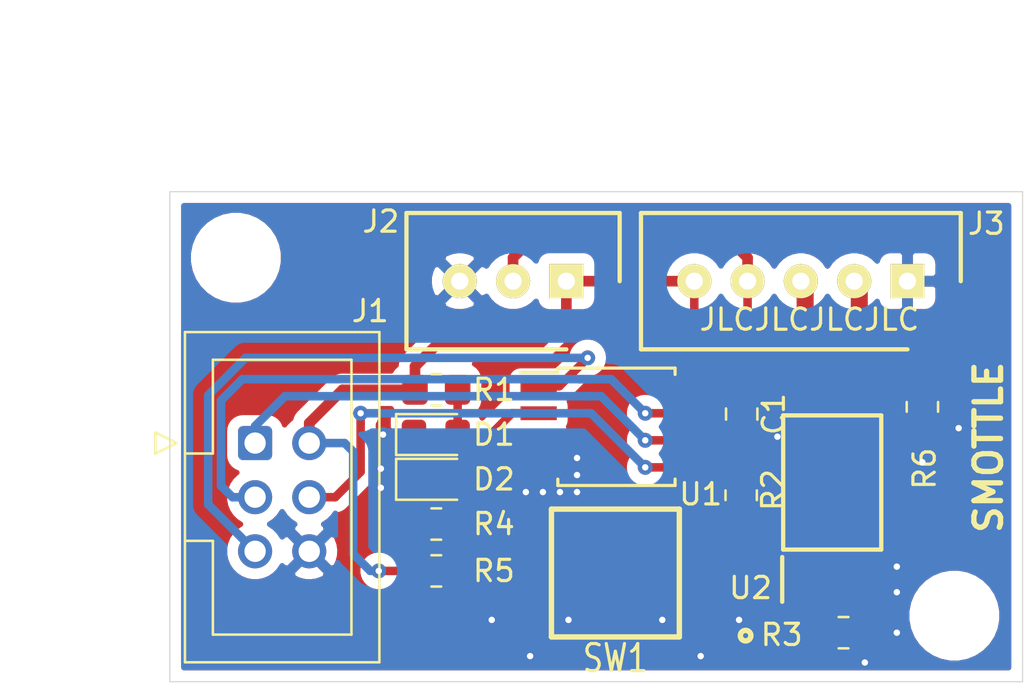
<source format=kicad_pcb>
(kicad_pcb (version 20171130) (host pcbnew "(5.1.10)-1")

  (general
    (thickness 1.6)
    (drawings 8)
    (tracks 126)
    (zones 0)
    (modules 17)
    (nets 14)
  )

  (page A4)
  (layers
    (0 F.Cu signal)
    (31 B.Cu signal)
    (32 B.Adhes user hide)
    (33 F.Adhes user hide)
    (34 B.Paste user hide)
    (35 F.Paste user hide)
    (36 B.SilkS user)
    (37 F.SilkS user)
    (38 B.Mask user)
    (39 F.Mask user)
    (40 Dwgs.User user)
    (41 Cmts.User user hide)
    (42 Eco1.User user hide)
    (43 Eco2.User user hide)
    (44 Edge.Cuts user)
    (45 Margin user)
    (46 B.CrtYd user)
    (47 F.CrtYd user)
    (48 B.Fab user hide)
    (49 F.Fab user hide)
  )

  (setup
    (last_trace_width 0.4)
    (user_trace_width 0.4)
    (trace_clearance 0.2)
    (zone_clearance 0.3)
    (zone_45_only no)
    (trace_min 0.2)
    (via_size 0.7)
    (via_drill 0.3)
    (via_min_size 0.4)
    (via_min_drill 0.3)
    (uvia_size 0.3)
    (uvia_drill 0.1)
    (uvias_allowed no)
    (uvia_min_size 0.2)
    (uvia_min_drill 0.1)
    (edge_width 0.05)
    (segment_width 0.2)
    (pcb_text_width 0.3)
    (pcb_text_size 1.5 1.5)
    (mod_edge_width 0.12)
    (mod_text_size 1 1)
    (mod_text_width 0.15)
    (pad_size 1.6 1.6)
    (pad_drill 0.8)
    (pad_to_mask_clearance 0)
    (aux_axis_origin 0 0)
    (visible_elements 7FFFFFFF)
    (pcbplotparams
      (layerselection 0x010fc_ffffffff)
      (usegerberextensions true)
      (usegerberattributes true)
      (usegerberadvancedattributes true)
      (creategerberjobfile true)
      (excludeedgelayer true)
      (linewidth 0.100000)
      (plotframeref false)
      (viasonmask false)
      (mode 1)
      (useauxorigin false)
      (hpglpennumber 1)
      (hpglpenspeed 20)
      (hpglpendiameter 15.000000)
      (psnegative false)
      (psa4output false)
      (plotreference true)
      (plotvalue true)
      (plotinvisibletext false)
      (padsonsilk false)
      (subtractmaskfromsilk true)
      (outputformat 1)
      (mirror false)
      (drillshape 0)
      (scaleselection 1)
      (outputdirectory "gerber/"))
  )

  (net 0 "")
  (net 1 "Net-(D1-Pad2)")
  (net 2 GND)
  (net 3 "Net-(D2-Pad2)")
  (net 4 /MCU_OUT_THROTTLE_SIG)
  (net 5 +5V)
  (net 6 "Net-(J1-Pad5)")
  (net 7 /THROTTLE_PEDAL_SIG)
  (net 8 "Net-(J1-Pad1)")
  (net 9 /KEY)
  (net 10 /THROTTLE_COND_SIG)
  (net 11 "Net-(R2-Pad1)")
  (net 12 /MCU_OUT_LED)
  (net 13 /MCU_IN_BT)

  (net_class Default "This is the default net class."
    (clearance 0.2)
    (trace_width 0.4)
    (via_dia 0.7)
    (via_drill 0.3)
    (uvia_dia 0.3)
    (uvia_drill 0.1)
    (add_net /MCU_IN_BT)
    (add_net /MCU_OUT_LED)
    (add_net /MCU_OUT_THROTTLE_SIG)
    (add_net /THROTTLE_PEDAL_SIG)
    (add_net GND)
    (add_net "Net-(D1-Pad2)")
    (add_net "Net-(D2-Pad2)")
    (add_net "Net-(J1-Pad1)")
    (add_net "Net-(J1-Pad5)")
    (add_net "Net-(R2-Pad1)")
  )

  (net_class 5V ""
    (clearance 0.2)
    (trace_width 0.5)
    (via_dia 0.7)
    (via_drill 0.3)
    (uvia_dia 0.3)
    (uvia_drill 0.1)
    (add_net +5V)
  )

  (net_class POWER ""
    (clearance 0.2)
    (trace_width 0.8)
    (via_dia 0.8)
    (via_drill 0.4)
    (uvia_dia 0.3)
    (uvia_drill 0.1)
    (add_net /KEY)
    (add_net /THROTTLE_COND_SIG)
  )

  (module Capacitor_SMD:C_0805_2012Metric_Pad1.18x1.45mm_HandSolder (layer F.Cu) (tedit 5F68FEEF) (tstamp 62DDB225)
    (at 164.825 129.4375 270)
    (descr "Capacitor SMD 0805 (2012 Metric), square (rectangular) end terminal, IPC_7351 nominal with elongated pad for handsoldering. (Body size source: IPC-SM-782 page 76, https://www.pcb-3d.com/wordpress/wp-content/uploads/ipc-sm-782a_amendment_1_and_2.pdf, https://docs.google.com/spreadsheets/d/1BsfQQcO9C6DZCsRaXUlFlo91Tg2WpOkGARC1WS5S8t0/edit?usp=sharing), generated with kicad-footprint-generator")
    (tags "capacitor handsolder")
    (path /62EC04C4)
    (attr smd)
    (fp_text reference C1 (at 0 -1.5 90) (layer F.SilkS)
      (effects (font (size 1 1) (thickness 0.15)))
    )
    (fp_text value 4.7u (at 0 1.68 90) (layer F.Fab)
      (effects (font (size 1 1) (thickness 0.15)))
    )
    (fp_text user %R (at 0 0 90) (layer F.Fab)
      (effects (font (size 0.5 0.5) (thickness 0.08)))
    )
    (fp_line (start -1 0.625) (end -1 -0.625) (layer F.Fab) (width 0.1))
    (fp_line (start -1 -0.625) (end 1 -0.625) (layer F.Fab) (width 0.1))
    (fp_line (start 1 -0.625) (end 1 0.625) (layer F.Fab) (width 0.1))
    (fp_line (start 1 0.625) (end -1 0.625) (layer F.Fab) (width 0.1))
    (fp_line (start -0.261252 -0.735) (end 0.261252 -0.735) (layer F.SilkS) (width 0.12))
    (fp_line (start -0.261252 0.735) (end 0.261252 0.735) (layer F.SilkS) (width 0.12))
    (fp_line (start -1.88 0.98) (end -1.88 -0.98) (layer F.CrtYd) (width 0.05))
    (fp_line (start -1.88 -0.98) (end 1.88 -0.98) (layer F.CrtYd) (width 0.05))
    (fp_line (start 1.88 -0.98) (end 1.88 0.98) (layer F.CrtYd) (width 0.05))
    (fp_line (start 1.88 0.98) (end -1.88 0.98) (layer F.CrtYd) (width 0.05))
    (pad 2 smd roundrect (at 1.0375 0 270) (size 1.175 1.45) (layers F.Cu F.Paste F.Mask) (roundrect_rratio 0.2127659574468085)
      (net 2 GND))
    (pad 1 smd roundrect (at -1.0375 0 270) (size 1.175 1.45) (layers F.Cu F.Paste F.Mask) (roundrect_rratio 0.2127659574468085)
      (net 5 +5V))
    (model ${KISYS3DMOD}/Capacitor_SMD.3dshapes/C_0805_2012Metric.wrl
      (at (xyz 0 0 0))
      (scale (xyz 1 1 1))
      (rotate (xyz 0 0 0))
    )
  )

  (module MountingHole:MountingHole_3.2mm_M3_DIN965 (layer F.Cu) (tedit 56D1B4CB) (tstamp 62DD64E4)
    (at 141.1 122.1)
    (descr "Mounting Hole 3.2mm, no annular, M3, DIN965")
    (tags "mounting hole 3.2mm no annular m3 din965")
    (attr virtual)
    (fp_text reference MH1 (at 0 -3.8) (layer F.SilkS) hide
      (effects (font (size 1 1) (thickness 0.15)))
    )
    (fp_text value MountingHole_3.2mm_M3_DIN965 (at 0 3.8) (layer F.Fab)
      (effects (font (size 1 1) (thickness 0.15)))
    )
    (fp_circle (center 0 0) (end 3.05 0) (layer F.CrtYd) (width 0.05))
    (fp_circle (center 0 0) (end 2.8 0) (layer Cmts.User) (width 0.15))
    (fp_text user %R (at 0.3 0) (layer F.Fab)
      (effects (font (size 1 1) (thickness 0.15)))
    )
    (pad 1 np_thru_hole circle (at 0 0) (size 3.2 3.2) (drill 3.2) (layers *.Cu *.Mask))
  )

  (module MountingHole:MountingHole_3.2mm_M3_DIN965 (layer F.Cu) (tedit 56D1B4CB) (tstamp 62DDB78E)
    (at 174.8 138.9)
    (descr "Mounting Hole 3.2mm, no annular, M3, DIN965")
    (tags "mounting hole 3.2mm no annular m3 din965")
    (attr virtual)
    (fp_text reference MH2 (at 0 -3.8) (layer F.SilkS) hide
      (effects (font (size 1 1) (thickness 0.15)))
    )
    (fp_text value MountingHole_3.2mm_M3_DIN965 (at -1.4 5.3) (layer F.Fab)
      (effects (font (size 1 1) (thickness 0.15)))
    )
    (fp_circle (center 0 0) (end 3.05 0) (layer F.CrtYd) (width 0.05))
    (fp_circle (center 0 0) (end 2.8 0) (layer Cmts.User) (width 0.15))
    (fp_text user %R (at 0.3 0) (layer F.Fab)
      (effects (font (size 1 1) (thickness 0.15)))
    )
    (pad 1 np_thru_hole circle (at 0 0) (size 3.2 3.2) (drill 3.2) (layers *.Cu *.Mask))
  )

  (module Connector_IDC:IDC-Header_2x03_P2.54mm_Vertical (layer F.Cu) (tedit 62DD6110) (tstamp 62DC4C86)
    (at 142 130.8)
    (descr "Through hole IDC box header, 2x03, 2.54mm pitch, DIN 41651 / IEC 60603-13, double rows, https://docs.google.com/spreadsheets/d/16SsEcesNF15N3Lb4niX7dcUr-NY5_MFPQhobNuNppn4/edit#gid=0")
    (tags "Through hole vertical IDC box header THT 2x03 2.54mm double row")
    (path /62CC59F1)
    (fp_text reference J1 (at 5.4 -6.2) (layer F.SilkS)
      (effects (font (size 1 1) (thickness 0.15)))
    )
    (fp_text value AVR-ISP-6 (at 1.27 11.18) (layer F.Fab)
      (effects (font (size 1 1) (thickness 0.15)))
    )
    (fp_line (start 6.22 -5.6) (end -3.68 -5.6) (layer F.CrtYd) (width 0.05))
    (fp_line (start 6.22 10.69) (end 6.22 -5.6) (layer F.CrtYd) (width 0.05))
    (fp_line (start -3.68 10.69) (end 6.22 10.69) (layer F.CrtYd) (width 0.05))
    (fp_line (start -3.68 -5.6) (end -3.68 10.69) (layer F.CrtYd) (width 0.05))
    (fp_line (start -4.68 0.5) (end -3.68 0) (layer F.SilkS) (width 0.12))
    (fp_line (start -4.68 -0.5) (end -4.68 0.5) (layer F.SilkS) (width 0.12))
    (fp_line (start -3.68 0) (end -4.68 -0.5) (layer F.SilkS) (width 0.12))
    (fp_line (start -1.98 4.59) (end -3.29 4.59) (layer F.SilkS) (width 0.12))
    (fp_line (start -1.98 4.59) (end -1.98 4.59) (layer F.SilkS) (width 0.12))
    (fp_line (start -1.98 8.99) (end -1.98 4.59) (layer F.SilkS) (width 0.12))
    (fp_line (start 4.52 8.99) (end -1.98 8.99) (layer F.SilkS) (width 0.12))
    (fp_line (start 4.52 -3.91) (end 4.52 8.99) (layer F.SilkS) (width 0.12))
    (fp_line (start -1.98 -3.91) (end 4.52 -3.91) (layer F.SilkS) (width 0.12))
    (fp_line (start -1.98 0.49) (end -1.98 -3.91) (layer F.SilkS) (width 0.12))
    (fp_line (start -3.29 0.49) (end -1.98 0.49) (layer F.SilkS) (width 0.12))
    (fp_line (start -3.29 10.29) (end -3.29 -5.21) (layer F.SilkS) (width 0.12))
    (fp_line (start 5.83 10.29) (end -3.29 10.29) (layer F.SilkS) (width 0.12))
    (fp_line (start 5.83 -5.21) (end 5.83 10.29) (layer F.SilkS) (width 0.12))
    (fp_line (start -3.29 -5.21) (end 5.83 -5.21) (layer F.SilkS) (width 0.12))
    (fp_line (start -1.98 4.59) (end -3.18 4.59) (layer F.Fab) (width 0.1))
    (fp_line (start -1.98 4.59) (end -1.98 4.59) (layer F.Fab) (width 0.1))
    (fp_line (start -1.98 8.99) (end -1.98 4.59) (layer F.Fab) (width 0.1))
    (fp_line (start 4.52 8.99) (end -1.98 8.99) (layer F.Fab) (width 0.1))
    (fp_line (start 4.52 -3.91) (end 4.52 8.99) (layer F.Fab) (width 0.1))
    (fp_line (start -1.98 -3.91) (end 4.52 -3.91) (layer F.Fab) (width 0.1))
    (fp_line (start -1.98 0.49) (end -1.98 -3.91) (layer F.Fab) (width 0.1))
    (fp_line (start -3.18 0.49) (end -1.98 0.49) (layer F.Fab) (width 0.1))
    (fp_line (start -3.18 10.18) (end -3.18 -4.1) (layer F.Fab) (width 0.1))
    (fp_line (start 5.72 10.18) (end -3.18 10.18) (layer F.Fab) (width 0.1))
    (fp_line (start 5.72 -5.1) (end 5.72 10.18) (layer F.Fab) (width 0.1))
    (fp_line (start -2.18 -5.1) (end 5.72 -5.1) (layer F.Fab) (width 0.1))
    (fp_line (start -3.18 -4.1) (end -2.18 -5.1) (layer F.Fab) (width 0.1))
    (fp_text user %R (at 1.27 2.54 90) (layer F.Fab)
      (effects (font (size 1 1) (thickness 0.15)))
    )
    (pad 6 thru_hole circle (at 2.54 5.08) (size 1.6 1.6) (drill 1) (layers *.Cu *.Mask)
      (net 2 GND))
    (pad 4 thru_hole circle (at 2.54 2.54) (size 1.6 1.6) (drill 1) (layers *.Cu *.Mask)
      (net 4 /MCU_OUT_THROTTLE_SIG))
    (pad 2 thru_hole circle (at 2.54 0) (size 1.6 1.6) (drill 1) (layers *.Cu *.Mask)
      (net 5 +5V))
    (pad 5 thru_hole circle (at 0 5.08) (size 1.6 1.6) (drill 1) (layers *.Cu *.Mask)
      (net 6 "Net-(J1-Pad5)"))
    (pad 3 thru_hole circle (at 0 2.54) (size 1.6 1.6) (drill 1) (layers *.Cu *.Mask)
      (net 7 /THROTTLE_PEDAL_SIG))
    (pad 1 thru_hole roundrect (at 0 0) (size 1.6 1.6) (drill 1) (layers *.Cu *.Mask) (roundrect_rratio 0.147)
      (net 8 "Net-(J1-Pad1)"))
    (model ${KISYS3DMOD}/Connector_IDC.3dshapes/IDC-Header_2x03_P2.54mm_Vertical.wrl
      (at (xyz 0 0 0))
      (scale (xyz 1 1 1))
      (rotate (xyz 0 0 0))
    )
  )

  (module SamacSys_Parts:RHDR5W60P0X250_1X5_1500X640X880P (layer F.Cu) (tedit 62DD6133) (tstamp 62DC449B)
    (at 172.6 123.2)
    (descr "B05B-XASK-1(LF)(SN)")
    (tags Connector)
    (path /62E4BCD2)
    (fp_text reference J3 (at 3.7 -2.7) (layer F.SilkS)
      (effects (font (size 1 1) (thickness 0.15)))
    )
    (fp_text value "IO CONNECTOR" (at 0 0) (layer F.SilkS) hide
      (effects (font (size 1.27 1.27) (thickness 0.254)))
    )
    (fp_line (start 2.75 3.45) (end -12.75 3.45) (layer Dwgs.User) (width 0.05))
    (fp_line (start -12.75 3.45) (end -12.75 -3.45) (layer Dwgs.User) (width 0.05))
    (fp_line (start -12.75 -3.45) (end 2.75 -3.45) (layer Dwgs.User) (width 0.05))
    (fp_line (start 2.75 -3.45) (end 2.75 3.45) (layer Dwgs.User) (width 0.05))
    (fp_line (start 2.5 3.2) (end -12.5 3.2) (layer Dwgs.User) (width 0.1))
    (fp_line (start -12.5 3.2) (end -12.5 -3.2) (layer Dwgs.User) (width 0.1))
    (fp_line (start -12.5 -3.2) (end 2.5 -3.2) (layer Dwgs.User) (width 0.1))
    (fp_line (start 2.5 -3.2) (end 2.5 3.2) (layer Dwgs.User) (width 0.1))
    (fp_line (start 0 3.2) (end -12.5 3.2) (layer F.SilkS) (width 0.2))
    (fp_line (start -12.5 3.2) (end -12.5 -3.2) (layer F.SilkS) (width 0.2))
    (fp_line (start -12.5 -3.2) (end 2.5 -3.2) (layer F.SilkS) (width 0.2))
    (fp_line (start 2.5 -3.2) (end 2.5 0) (layer F.SilkS) (width 0.2))
    (pad 5 thru_hole circle (at -10 0 90) (size 1.6 1.6) (drill 0.8) (layers *.Cu *.Mask F.SilkS)
      (net 5 +5V))
    (pad 4 thru_hole circle (at -7.5 0 90) (size 1.6 1.6) (drill 0.8) (layers *.Cu *.Mask F.SilkS)
      (net 7 /THROTTLE_PEDAL_SIG))
    (pad 3 thru_hole circle (at -5 0 90) (size 1.6 1.6) (drill 0.8) (layers *.Cu *.Mask F.SilkS)
      (net 9 /KEY))
    (pad 2 thru_hole circle (at -2.5 0 90) (size 1.6 1.6) (drill 0.8) (layers *.Cu *.Mask F.SilkS)
      (net 10 /THROTTLE_COND_SIG))
    (pad 1 thru_hole rect (at 0 0 90) (size 1.6 1.6) (drill 0.8) (layers *.Cu *.Mask F.SilkS)
      (net 2 GND))
    (model ${LIB3DMOD}/B05B-XASK-1_LF__SN_.step
      (at (xyz 0 0 0))
      (scale (xyz 1 1 1))
      (rotate (xyz 0 0 0))
    )
  )

  (module SamacSys_Parts:SHDR3W60P0X250_1X3_1000X640X880P (layer F.Cu) (tedit 62DD6124) (tstamp 62DC4486)
    (at 156.6 123.2)
    (descr "B03B-XASK-1(LF)(SN)")
    (tags Connector)
    (path /62E4A166)
    (fp_text reference J2 (at -8.7 -2.8) (layer F.SilkS)
      (effects (font (size 1 1) (thickness 0.15)))
    )
    (fp_text value "THROTTLE PEDAL" (at 0 0) (layer F.SilkS) hide
      (effects (font (size 1.27 1.27) (thickness 0.254)))
    )
    (fp_line (start 2.5 -3.2) (end 2.5 0) (layer F.SilkS) (width 0.2))
    (fp_line (start -7.5 -3.2) (end 2.5 -3.2) (layer F.SilkS) (width 0.2))
    (fp_line (start -7.5 3.2) (end -7.5 -3.2) (layer F.SilkS) (width 0.2))
    (fp_line (start 0 3.2) (end -7.5 3.2) (layer F.SilkS) (width 0.2))
    (fp_line (start 2.5 -3.2) (end 2.5 3.2) (layer Dwgs.User) (width 0.1))
    (fp_line (start -7.5 -3.2) (end 2.5 -3.2) (layer Dwgs.User) (width 0.1))
    (fp_line (start -7.5 3.2) (end -7.5 -3.2) (layer Dwgs.User) (width 0.1))
    (fp_line (start 2.5 3.2) (end -7.5 3.2) (layer Dwgs.User) (width 0.1))
    (fp_line (start 2.75 -3.45) (end 2.75 3.45) (layer Dwgs.User) (width 0.05))
    (fp_line (start -7.75 -3.45) (end 2.75 -3.45) (layer Dwgs.User) (width 0.05))
    (fp_line (start -7.75 3.45) (end -7.75 -3.45) (layer Dwgs.User) (width 0.05))
    (fp_line (start 2.75 3.45) (end -7.75 3.45) (layer Dwgs.User) (width 0.05))
    (pad 1 thru_hole rect (at 0 0 90) (size 1.6 1.6) (drill 0.8) (layers *.Cu *.Mask F.SilkS)
      (net 5 +5V))
    (pad 2 thru_hole circle (at -2.5 0 90) (size 1.6 1.6) (drill 0.8) (layers *.Cu *.Mask F.SilkS)
      (net 7 /THROTTLE_PEDAL_SIG))
    (pad 3 thru_hole circle (at -5 0 90) (size 1.6 1.6) (drill 0.8) (layers *.Cu *.Mask F.SilkS)
      (net 2 GND))
    (model ${LIB3DMOD}/B03B-XASK-1_LF__SN_.step
      (at (xyz 0 0 0))
      (scale (xyz 1 1 1))
      (rotate (xyz 0 0 0))
    )
  )

  (module SamacSys_Parts:SOP254P1016X460-4N (layer F.Cu) (tedit 62DBC080) (tstamp 62DDB75D)
    (at 169.07 132.65 90)
    (descr HCPL-817-300E_1)
    (tags Transistor)
    (path /62DBFC88)
    (attr smd)
    (fp_text reference U2 (at -4.95 -3.83 180) (layer F.SilkS)
      (effects (font (size 1 1) (thickness 0.15)))
    )
    (fp_text value HCPL-817-300E (at 0 0 90) (layer F.SilkS) hide
      (effects (font (size 1.27 1.27) (thickness 0.254)))
    )
    (fp_line (start -5.85 -2.8) (end 5.85 -2.8) (layer Dwgs.User) (width 0.05))
    (fp_line (start 5.85 -2.8) (end 5.85 2.8) (layer Dwgs.User) (width 0.05))
    (fp_line (start 5.85 2.8) (end -5.85 2.8) (layer Dwgs.User) (width 0.05))
    (fp_line (start -5.85 2.8) (end -5.85 -2.8) (layer Dwgs.User) (width 0.05))
    (fp_line (start -3.25 -2.3) (end 3.25 -2.3) (layer Dwgs.User) (width 0.1))
    (fp_line (start 3.25 -2.3) (end 3.25 2.3) (layer Dwgs.User) (width 0.1))
    (fp_line (start 3.25 2.3) (end -3.25 2.3) (layer Dwgs.User) (width 0.1))
    (fp_line (start -3.25 2.3) (end -3.25 -2.3) (layer Dwgs.User) (width 0.1))
    (fp_line (start -3.25 0.24) (end -0.71 -2.3) (layer Dwgs.User) (width 0.1))
    (fp_line (start -3.15 -2.3) (end 3.15 -2.3) (layer F.SilkS) (width 0.2))
    (fp_line (start 3.15 -2.3) (end 3.15 2.3) (layer F.SilkS) (width 0.2))
    (fp_line (start 3.15 2.3) (end -3.15 2.3) (layer F.SilkS) (width 0.2))
    (fp_line (start -3.15 2.3) (end -3.15 -2.3) (layer F.SilkS) (width 0.2))
    (fp_line (start -5.6 -2.345) (end -3.5 -2.345) (layer F.SilkS) (width 0.2))
    (pad 4 smd rect (at 4.55 -1.27 180) (size 1.45 2.1) (layers F.Cu F.Paste F.Mask)
      (net 9 /KEY))
    (pad 3 smd rect (at 4.55 1.27 180) (size 1.45 2.1) (layers F.Cu F.Paste F.Mask)
      (net 10 /THROTTLE_COND_SIG))
    (pad 2 smd rect (at -4.55 1.27 180) (size 1.45 2.1) (layers F.Cu F.Paste F.Mask)
      (net 2 GND))
    (pad 1 smd rect (at -4.55 -1.27 180) (size 1.45 2.1) (layers F.Cu F.Paste F.Mask)
      (net 11 "Net-(R2-Pad1)"))
    (model ${KISYS3DMOD}/Package_DIP.3dshapes/DIP-4_W8.89mm_SMDSocket.step
      (at (xyz 0 0 0))
      (scale (xyz 1 1 1))
      (rotate (xyz 0 0 0))
    )
  )

  (module Package_SO:SOIJ-8_5.3x5.3mm_P1.27mm (layer F.Cu) (tedit 5A02F2D3) (tstamp 62DD6D9A)
    (at 158.95 130.035)
    (descr "8-Lead Plastic Small Outline (SM) - Medium, 5.28 mm Body [SOIC] (see Microchip Packaging Specification 00000049BS.pdf)")
    (tags "SOIC 1.27")
    (path /62C932D4)
    (attr smd)
    (fp_text reference U1 (at 3.95 3.165) (layer F.SilkS)
      (effects (font (size 1 1) (thickness 0.15)))
    )
    (fp_text value ATtiny85-20SU (at 0 3.68) (layer F.Fab)
      (effects (font (size 1 1) (thickness 0.15)))
    )
    (fp_line (start -2.75 -2.55) (end -4.5 -2.55) (layer F.SilkS) (width 0.15))
    (fp_line (start -2.75 2.755) (end 2.75 2.755) (layer F.SilkS) (width 0.15))
    (fp_line (start -2.75 -2.755) (end 2.75 -2.755) (layer F.SilkS) (width 0.15))
    (fp_line (start -2.75 2.755) (end -2.75 2.455) (layer F.SilkS) (width 0.15))
    (fp_line (start 2.75 2.755) (end 2.75 2.455) (layer F.SilkS) (width 0.15))
    (fp_line (start 2.75 -2.755) (end 2.75 -2.455) (layer F.SilkS) (width 0.15))
    (fp_line (start -2.75 -2.755) (end -2.75 -2.55) (layer F.SilkS) (width 0.15))
    (fp_line (start -4.75 2.95) (end 4.75 2.95) (layer F.CrtYd) (width 0.05))
    (fp_line (start -4.75 -2.95) (end 4.75 -2.95) (layer F.CrtYd) (width 0.05))
    (fp_line (start 4.75 -2.95) (end 4.75 2.95) (layer F.CrtYd) (width 0.05))
    (fp_line (start -4.75 -2.95) (end -4.75 2.95) (layer F.CrtYd) (width 0.05))
    (fp_line (start -2.65 -1.65) (end -1.65 -2.65) (layer F.Fab) (width 0.15))
    (fp_line (start -2.65 2.65) (end -2.65 -1.65) (layer F.Fab) (width 0.15))
    (fp_line (start 2.65 2.65) (end -2.65 2.65) (layer F.Fab) (width 0.15))
    (fp_line (start 2.65 -2.65) (end 2.65 2.65) (layer F.Fab) (width 0.15))
    (fp_line (start -1.65 -2.65) (end 2.65 -2.65) (layer F.Fab) (width 0.15))
    (fp_text user %R (at 0 0) (layer F.Fab)
      (effects (font (size 1 1) (thickness 0.15)))
    )
    (pad 8 smd rect (at 3.65 -1.905) (size 1.7 0.65) (layers F.Cu F.Paste F.Mask)
      (net 5 +5V))
    (pad 7 smd rect (at 3.65 -0.635) (size 1.7 0.65) (layers F.Cu F.Paste F.Mask)
      (net 7 /THROTTLE_PEDAL_SIG))
    (pad 6 smd rect (at 3.65 0.635) (size 1.7 0.65) (layers F.Cu F.Paste F.Mask)
      (net 8 "Net-(J1-Pad1)"))
    (pad 5 smd rect (at 3.65 1.905) (size 1.7 0.65) (layers F.Cu F.Paste F.Mask)
      (net 4 /MCU_OUT_THROTTLE_SIG))
    (pad 4 smd rect (at -3.65 1.905) (size 1.7 0.65) (layers F.Cu F.Paste F.Mask)
      (net 2 GND))
    (pad 3 smd rect (at -3.65 0.635) (size 1.7 0.65) (layers F.Cu F.Paste F.Mask)
      (net 13 /MCU_IN_BT))
    (pad 2 smd rect (at -3.65 -0.635) (size 1.7 0.65) (layers F.Cu F.Paste F.Mask)
      (net 12 /MCU_OUT_LED))
    (pad 1 smd rect (at -3.65 -1.905) (size 1.7 0.65) (layers F.Cu F.Paste F.Mask)
      (net 6 "Net-(J1-Pad5)"))
    (model ${KISYS3DMOD}/Package_SO.3dshapes/SOIJ-8_5.3x5.3mm_P1.27mm.wrl
      (at (xyz 0 0 0))
      (scale (xyz 1 1 1))
      (rotate (xyz 0 0 0))
    )
  )

  (module "SamacSys_Parts:PTS645(SMT)" (layer F.Cu) (tedit 62DBC3D8) (tstamp 62DC2BEC)
    (at 158.9 136.9 180)
    (descr "PTS645(SMT)")
    (tags Switch)
    (path /62E0F515)
    (attr smd)
    (fp_text reference SW1 (at 0 -4) (layer F.SilkS)
      (effects (font (size 1.27 1) (thickness 0.15)))
    )
    (fp_text value PTS645 (at -0.189 -0.362) (layer F.SilkS) hide
      (effects (font (size 1.27 1.27) (thickness 0.254)))
    )
    (fp_line (start -3 -3) (end 3 -3) (layer Dwgs.User) (width 0.254))
    (fp_line (start 3 -3) (end 3 3) (layer Dwgs.User) (width 0.254))
    (fp_line (start 3 3) (end -3 3) (layer Dwgs.User) (width 0.254))
    (fp_line (start -3 3) (end -3 -3) (layer Dwgs.User) (width 0.254))
    (fp_line (start -3 3) (end 3 3) (layer F.SilkS) (width 0.254))
    (fp_line (start 3 3) (end 3 -3) (layer F.SilkS) (width 0.254))
    (fp_line (start 3 -3) (end -3 -3) (layer F.SilkS) (width 0.254))
    (fp_line (start -3 -3) (end -3 3) (layer F.SilkS) (width 0.254))
    (fp_circle (center -6.108 -2.939) (end -6.2289 -2.939) (layer F.SilkS) (width 0.254))
    (pad 4 smd rect (at 3.975 2.25 270) (size 1.3 1.55) (layers F.Cu F.Paste F.Mask)
      (net 13 /MCU_IN_BT))
    (pad 3 smd rect (at -3.975 2.25 270) (size 1.3 1.55) (layers F.Cu F.Paste F.Mask)
      (net 13 /MCU_IN_BT))
    (pad 2 smd rect (at 3.975 -2.25 270) (size 1.3 1.55) (layers F.Cu F.Paste F.Mask)
      (net 2 GND))
    (pad 1 smd rect (at -3.975 -2.25 270) (size 1.3 1.55) (layers F.Cu F.Paste F.Mask)
      (net 2 GND))
    (model ${KISYS3DMOD}/Button_Switch_SMD.3dshapes/SW_SPST_PTS645.step
      (at (xyz 0 0 0))
      (scale (xyz 1 1 1))
      (rotate (xyz 0 0 0))
    )
  )

  (module Resistor_SMD:R_0805_2012Metric_Pad1.20x1.40mm_HandSolder (layer F.Cu) (tedit 5F68FEEE) (tstamp 62DDB7DC)
    (at 173.3 129.1 270)
    (descr "Resistor SMD 0805 (2012 Metric), square (rectangular) end terminal, IPC_7351 nominal with elongated pad for handsoldering. (Body size source: IPC-SM-782 page 72, https://www.pcb-3d.com/wordpress/wp-content/uploads/ipc-sm-782a_amendment_1_and_2.pdf), generated with kicad-footprint-generator")
    (tags "resistor handsolder")
    (path /62E2DD5B)
    (attr smd)
    (fp_text reference R6 (at 2.9 -0.1 90) (layer F.SilkS)
      (effects (font (size 1 1) (thickness 0.15)))
    )
    (fp_text value "100k (opt)" (at 0 1.65 90) (layer F.Fab)
      (effects (font (size 1 1) (thickness 0.15)))
    )
    (fp_line (start 1.85 0.95) (end -1.85 0.95) (layer F.CrtYd) (width 0.05))
    (fp_line (start 1.85 -0.95) (end 1.85 0.95) (layer F.CrtYd) (width 0.05))
    (fp_line (start -1.85 -0.95) (end 1.85 -0.95) (layer F.CrtYd) (width 0.05))
    (fp_line (start -1.85 0.95) (end -1.85 -0.95) (layer F.CrtYd) (width 0.05))
    (fp_line (start -0.227064 0.735) (end 0.227064 0.735) (layer F.SilkS) (width 0.12))
    (fp_line (start -0.227064 -0.735) (end 0.227064 -0.735) (layer F.SilkS) (width 0.12))
    (fp_line (start 1 0.625) (end -1 0.625) (layer F.Fab) (width 0.1))
    (fp_line (start 1 -0.625) (end 1 0.625) (layer F.Fab) (width 0.1))
    (fp_line (start -1 -0.625) (end 1 -0.625) (layer F.Fab) (width 0.1))
    (fp_line (start -1 0.625) (end -1 -0.625) (layer F.Fab) (width 0.1))
    (fp_text user %R (at 0 0 90) (layer F.Fab)
      (effects (font (size 0.5 0.5) (thickness 0.08)))
    )
    (pad 2 smd roundrect (at 1 0 270) (size 1.2 1.4) (layers F.Cu F.Paste F.Mask) (roundrect_rratio 0.2083325)
      (net 2 GND))
    (pad 1 smd roundrect (at -1 0 270) (size 1.2 1.4) (layers F.Cu F.Paste F.Mask) (roundrect_rratio 0.2083325)
      (net 10 /THROTTLE_COND_SIG))
    (model ${KISYS3DMOD}/Resistor_SMD.3dshapes/R_0805_2012Metric.wrl
      (at (xyz 0 0 0))
      (scale (xyz 1 1 1))
      (rotate (xyz 0 0 0))
    )
  )

  (module Resistor_SMD:R_0805_2012Metric_Pad1.20x1.40mm_HandSolder (layer F.Cu) (tedit 5F68FEEE) (tstamp 62DD704D)
    (at 150.5 136.8)
    (descr "Resistor SMD 0805 (2012 Metric), square (rectangular) end terminal, IPC_7351 nominal with elongated pad for handsoldering. (Body size source: IPC-SM-782 page 72, https://www.pcb-3d.com/wordpress/wp-content/uploads/ipc-sm-782a_amendment_1_and_2.pdf), generated with kicad-footprint-generator")
    (tags "resistor handsolder")
    (path /62E17359)
    (attr smd)
    (fp_text reference R5 (at 2.7 0) (layer F.SilkS)
      (effects (font (size 1 1) (thickness 0.15)))
    )
    (fp_text value 10k (at 0 1.65) (layer F.Fab)
      (effects (font (size 1 1) (thickness 0.15)))
    )
    (fp_line (start 1.85 0.95) (end -1.85 0.95) (layer F.CrtYd) (width 0.05))
    (fp_line (start 1.85 -0.95) (end 1.85 0.95) (layer F.CrtYd) (width 0.05))
    (fp_line (start -1.85 -0.95) (end 1.85 -0.95) (layer F.CrtYd) (width 0.05))
    (fp_line (start -1.85 0.95) (end -1.85 -0.95) (layer F.CrtYd) (width 0.05))
    (fp_line (start -0.227064 0.735) (end 0.227064 0.735) (layer F.SilkS) (width 0.12))
    (fp_line (start -0.227064 -0.735) (end 0.227064 -0.735) (layer F.SilkS) (width 0.12))
    (fp_line (start 1 0.625) (end -1 0.625) (layer F.Fab) (width 0.1))
    (fp_line (start 1 -0.625) (end 1 0.625) (layer F.Fab) (width 0.1))
    (fp_line (start -1 -0.625) (end 1 -0.625) (layer F.Fab) (width 0.1))
    (fp_line (start -1 0.625) (end -1 -0.625) (layer F.Fab) (width 0.1))
    (fp_text user %R (at 0 0) (layer F.Fab)
      (effects (font (size 0.5 0.5) (thickness 0.08)))
    )
    (pad 2 smd roundrect (at 1 0) (size 1.2 1.4) (layers F.Cu F.Paste F.Mask) (roundrect_rratio 0.2083325)
      (net 13 /MCU_IN_BT))
    (pad 1 smd roundrect (at -1 0) (size 1.2 1.4) (layers F.Cu F.Paste F.Mask) (roundrect_rratio 0.2083325)
      (net 5 +5V))
    (model ${KISYS3DMOD}/Resistor_SMD.3dshapes/R_0805_2012Metric.wrl
      (at (xyz 0 0 0))
      (scale (xyz 1 1 1))
      (rotate (xyz 0 0 0))
    )
  )

  (module Resistor_SMD:R_0805_2012Metric_Pad1.20x1.40mm_HandSolder (layer F.Cu) (tedit 5F68FEEE) (tstamp 62DD707D)
    (at 150.5 134.6)
    (descr "Resistor SMD 0805 (2012 Metric), square (rectangular) end terminal, IPC_7351 nominal with elongated pad for handsoldering. (Body size source: IPC-SM-782 page 72, https://www.pcb-3d.com/wordpress/wp-content/uploads/ipc-sm-782a_amendment_1_and_2.pdf), generated with kicad-footprint-generator")
    (tags "resistor handsolder")
    (path /62C9725C)
    (attr smd)
    (fp_text reference R4 (at 2.7 0) (layer F.SilkS)
      (effects (font (size 1 1) (thickness 0.15)))
    )
    (fp_text value 220 (at 0 1.65) (layer F.Fab)
      (effects (font (size 1 1) (thickness 0.15)))
    )
    (fp_line (start 1.85 0.95) (end -1.85 0.95) (layer F.CrtYd) (width 0.05))
    (fp_line (start 1.85 -0.95) (end 1.85 0.95) (layer F.CrtYd) (width 0.05))
    (fp_line (start -1.85 -0.95) (end 1.85 -0.95) (layer F.CrtYd) (width 0.05))
    (fp_line (start -1.85 0.95) (end -1.85 -0.95) (layer F.CrtYd) (width 0.05))
    (fp_line (start -0.227064 0.735) (end 0.227064 0.735) (layer F.SilkS) (width 0.12))
    (fp_line (start -0.227064 -0.735) (end 0.227064 -0.735) (layer F.SilkS) (width 0.12))
    (fp_line (start 1 0.625) (end -1 0.625) (layer F.Fab) (width 0.1))
    (fp_line (start 1 -0.625) (end 1 0.625) (layer F.Fab) (width 0.1))
    (fp_line (start -1 -0.625) (end 1 -0.625) (layer F.Fab) (width 0.1))
    (fp_line (start -1 0.625) (end -1 -0.625) (layer F.Fab) (width 0.1))
    (fp_text user %R (at 0 0) (layer F.Fab)
      (effects (font (size 0.5 0.5) (thickness 0.08)))
    )
    (pad 2 smd roundrect (at 1 0) (size 1.2 1.4) (layers F.Cu F.Paste F.Mask) (roundrect_rratio 0.2083325)
      (net 12 /MCU_OUT_LED))
    (pad 1 smd roundrect (at -1 0) (size 1.2 1.4) (layers F.Cu F.Paste F.Mask) (roundrect_rratio 0.2083325)
      (net 3 "Net-(D2-Pad2)"))
    (model ${KISYS3DMOD}/Resistor_SMD.3dshapes/R_0805_2012Metric.wrl
      (at (xyz 0 0 0))
      (scale (xyz 1 1 1))
      (rotate (xyz 0 0 0))
    )
  )

  (module Resistor_SMD:R_0805_2012Metric_Pad1.20x1.40mm_HandSolder (layer F.Cu) (tedit 5F68FEEE) (tstamp 62DDB7AC)
    (at 169.6 139.7)
    (descr "Resistor SMD 0805 (2012 Metric), square (rectangular) end terminal, IPC_7351 nominal with elongated pad for handsoldering. (Body size source: IPC-SM-782 page 72, https://www.pcb-3d.com/wordpress/wp-content/uploads/ipc-sm-782a_amendment_1_and_2.pdf), generated with kicad-footprint-generator")
    (tags "resistor handsolder")
    (path /62C9DED8)
    (attr smd)
    (fp_text reference R3 (at -2.9 0.1) (layer F.SilkS)
      (effects (font (size 1 1) (thickness 0.15)))
    )
    (fp_text value 10k (at 0 1.65) (layer F.Fab)
      (effects (font (size 1 1) (thickness 0.15)))
    )
    (fp_line (start 1.85 0.95) (end -1.85 0.95) (layer F.CrtYd) (width 0.05))
    (fp_line (start 1.85 -0.95) (end 1.85 0.95) (layer F.CrtYd) (width 0.05))
    (fp_line (start -1.85 -0.95) (end 1.85 -0.95) (layer F.CrtYd) (width 0.05))
    (fp_line (start -1.85 0.95) (end -1.85 -0.95) (layer F.CrtYd) (width 0.05))
    (fp_line (start -0.227064 0.735) (end 0.227064 0.735) (layer F.SilkS) (width 0.12))
    (fp_line (start -0.227064 -0.735) (end 0.227064 -0.735) (layer F.SilkS) (width 0.12))
    (fp_line (start 1 0.625) (end -1 0.625) (layer F.Fab) (width 0.1))
    (fp_line (start 1 -0.625) (end 1 0.625) (layer F.Fab) (width 0.1))
    (fp_line (start -1 -0.625) (end 1 -0.625) (layer F.Fab) (width 0.1))
    (fp_line (start -1 0.625) (end -1 -0.625) (layer F.Fab) (width 0.1))
    (fp_text user %R (at 0 0) (layer F.Fab)
      (effects (font (size 0.5 0.5) (thickness 0.08)))
    )
    (pad 2 smd roundrect (at 1 0) (size 1.2 1.4) (layers F.Cu F.Paste F.Mask) (roundrect_rratio 0.2083325)
      (net 2 GND))
    (pad 1 smd roundrect (at -1 0) (size 1.2 1.4) (layers F.Cu F.Paste F.Mask) (roundrect_rratio 0.2083325)
      (net 11 "Net-(R2-Pad1)"))
    (model ${KISYS3DMOD}/Resistor_SMD.3dshapes/R_0805_2012Metric.wrl
      (at (xyz 0 0 0))
      (scale (xyz 1 1 1))
      (rotate (xyz 0 0 0))
    )
  )

  (module Resistor_SMD:R_0805_2012Metric_Pad1.20x1.40mm_HandSolder (layer F.Cu) (tedit 5F68FEEE) (tstamp 62DC2B97)
    (at 164.8 133.25 90)
    (descr "Resistor SMD 0805 (2012 Metric), square (rectangular) end terminal, IPC_7351 nominal with elongated pad for handsoldering. (Body size source: IPC-SM-782 page 72, https://www.pcb-3d.com/wordpress/wp-content/uploads/ipc-sm-782a_amendment_1_and_2.pdf), generated with kicad-footprint-generator")
    (tags "resistor handsolder")
    (path /62C9E1FA)
    (attr smd)
    (fp_text reference R2 (at 0.25 1.5 90) (layer F.SilkS)
      (effects (font (size 1 1) (thickness 0.15)))
    )
    (fp_text value 220 (at 0 1.65 90) (layer F.Fab)
      (effects (font (size 1 1) (thickness 0.15)))
    )
    (fp_line (start 1.85 0.95) (end -1.85 0.95) (layer F.CrtYd) (width 0.05))
    (fp_line (start 1.85 -0.95) (end 1.85 0.95) (layer F.CrtYd) (width 0.05))
    (fp_line (start -1.85 -0.95) (end 1.85 -0.95) (layer F.CrtYd) (width 0.05))
    (fp_line (start -1.85 0.95) (end -1.85 -0.95) (layer F.CrtYd) (width 0.05))
    (fp_line (start -0.227064 0.735) (end 0.227064 0.735) (layer F.SilkS) (width 0.12))
    (fp_line (start -0.227064 -0.735) (end 0.227064 -0.735) (layer F.SilkS) (width 0.12))
    (fp_line (start 1 0.625) (end -1 0.625) (layer F.Fab) (width 0.1))
    (fp_line (start 1 -0.625) (end 1 0.625) (layer F.Fab) (width 0.1))
    (fp_line (start -1 -0.625) (end 1 -0.625) (layer F.Fab) (width 0.1))
    (fp_line (start -1 0.625) (end -1 -0.625) (layer F.Fab) (width 0.1))
    (fp_text user %R (at 0 0 90) (layer F.Fab)
      (effects (font (size 0.5 0.5) (thickness 0.08)))
    )
    (pad 2 smd roundrect (at 1 0 90) (size 1.2 1.4) (layers F.Cu F.Paste F.Mask) (roundrect_rratio 0.2083325)
      (net 4 /MCU_OUT_THROTTLE_SIG))
    (pad 1 smd roundrect (at -1 0 90) (size 1.2 1.4) (layers F.Cu F.Paste F.Mask) (roundrect_rratio 0.2083325)
      (net 11 "Net-(R2-Pad1)"))
    (model ${KISYS3DMOD}/Resistor_SMD.3dshapes/R_0805_2012Metric.wrl
      (at (xyz 0 0 0))
      (scale (xyz 1 1 1))
      (rotate (xyz 0 0 0))
    )
  )

  (module Resistor_SMD:R_0805_2012Metric_Pad1.20x1.40mm_HandSolder (layer F.Cu) (tedit 5F68FEEE) (tstamp 62DD70AD)
    (at 150.5 128.3 180)
    (descr "Resistor SMD 0805 (2012 Metric), square (rectangular) end terminal, IPC_7351 nominal with elongated pad for handsoldering. (Body size source: IPC-SM-782 page 72, https://www.pcb-3d.com/wordpress/wp-content/uploads/ipc-sm-782a_amendment_1_and_2.pdf), generated with kicad-footprint-generator")
    (tags "resistor handsolder")
    (path /62C96CB9)
    (attr smd)
    (fp_text reference R1 (at -2.7 0) (layer F.SilkS)
      (effects (font (size 1 1) (thickness 0.15)))
    )
    (fp_text value 330 (at 0 1.65) (layer F.Fab)
      (effects (font (size 1 1) (thickness 0.15)))
    )
    (fp_line (start 1.85 0.95) (end -1.85 0.95) (layer F.CrtYd) (width 0.05))
    (fp_line (start 1.85 -0.95) (end 1.85 0.95) (layer F.CrtYd) (width 0.05))
    (fp_line (start -1.85 -0.95) (end 1.85 -0.95) (layer F.CrtYd) (width 0.05))
    (fp_line (start -1.85 0.95) (end -1.85 -0.95) (layer F.CrtYd) (width 0.05))
    (fp_line (start -0.227064 0.735) (end 0.227064 0.735) (layer F.SilkS) (width 0.12))
    (fp_line (start -0.227064 -0.735) (end 0.227064 -0.735) (layer F.SilkS) (width 0.12))
    (fp_line (start 1 0.625) (end -1 0.625) (layer F.Fab) (width 0.1))
    (fp_line (start 1 -0.625) (end 1 0.625) (layer F.Fab) (width 0.1))
    (fp_line (start -1 -0.625) (end 1 -0.625) (layer F.Fab) (width 0.1))
    (fp_line (start -1 0.625) (end -1 -0.625) (layer F.Fab) (width 0.1))
    (fp_text user %R (at 0 0) (layer F.Fab)
      (effects (font (size 0.5 0.5) (thickness 0.08)))
    )
    (pad 2 smd roundrect (at 1 0 180) (size 1.2 1.4) (layers F.Cu F.Paste F.Mask) (roundrect_rratio 0.2083325)
      (net 5 +5V))
    (pad 1 smd roundrect (at -1 0 180) (size 1.2 1.4) (layers F.Cu F.Paste F.Mask) (roundrect_rratio 0.2083325)
      (net 1 "Net-(D1-Pad2)"))
    (model ${KISYS3DMOD}/Resistor_SMD.3dshapes/R_0805_2012Metric.wrl
      (at (xyz 0 0 0))
      (scale (xyz 1 1 1))
      (rotate (xyz 0 0 0))
    )
  )

  (module LED_SMD:LED_0805_2012Metric_Pad1.15x1.40mm_HandSolder (layer F.Cu) (tedit 5F68FEF1) (tstamp 62DD8FED)
    (at 150.475 132.5)
    (descr "LED SMD 0805 (2012 Metric), square (rectangular) end terminal, IPC_7351 nominal, (Body size source: https://docs.google.com/spreadsheets/d/1BsfQQcO9C6DZCsRaXUlFlo91Tg2WpOkGARC1WS5S8t0/edit?usp=sharing), generated with kicad-footprint-generator")
    (tags "LED handsolder")
    (path /62C968CD)
    (attr smd)
    (fp_text reference D2 (at 2.725 0) (layer F.SilkS)
      (effects (font (size 1 1) (thickness 0.15)))
    )
    (fp_text value "LED B" (at 0 1.65) (layer F.Fab)
      (effects (font (size 1 1) (thickness 0.15)))
    )
    (fp_line (start 1.85 0.95) (end -1.85 0.95) (layer F.CrtYd) (width 0.05))
    (fp_line (start 1.85 -0.95) (end 1.85 0.95) (layer F.CrtYd) (width 0.05))
    (fp_line (start -1.85 -0.95) (end 1.85 -0.95) (layer F.CrtYd) (width 0.05))
    (fp_line (start -1.85 0.95) (end -1.85 -0.95) (layer F.CrtYd) (width 0.05))
    (fp_line (start -1.86 0.96) (end 1 0.96) (layer F.SilkS) (width 0.12))
    (fp_line (start -1.86 -0.96) (end -1.86 0.96) (layer F.SilkS) (width 0.12))
    (fp_line (start 1 -0.96) (end -1.86 -0.96) (layer F.SilkS) (width 0.12))
    (fp_line (start 1 0.6) (end 1 -0.6) (layer F.Fab) (width 0.1))
    (fp_line (start -1 0.6) (end 1 0.6) (layer F.Fab) (width 0.1))
    (fp_line (start -1 -0.3) (end -1 0.6) (layer F.Fab) (width 0.1))
    (fp_line (start -0.7 -0.6) (end -1 -0.3) (layer F.Fab) (width 0.1))
    (fp_line (start 1 -0.6) (end -0.7 -0.6) (layer F.Fab) (width 0.1))
    (fp_text user %R (at 0 0) (layer F.Fab)
      (effects (font (size 0.5 0.5) (thickness 0.08)))
    )
    (pad 2 smd roundrect (at 1.025 0) (size 1.15 1.4) (layers F.Cu F.Paste F.Mask) (roundrect_rratio 0.2173904347826087)
      (net 3 "Net-(D2-Pad2)"))
    (pad 1 smd roundrect (at -1.025 0) (size 1.15 1.4) (layers F.Cu F.Paste F.Mask) (roundrect_rratio 0.2173904347826087)
      (net 2 GND))
    (model ${KISYS3DMOD}/LED_SMD.3dshapes/LED_0805_2012Metric.wrl
      (at (xyz 0 0 0))
      (scale (xyz 1 1 1))
      (rotate (xyz 0 0 0))
    )
  )

  (module LED_SMD:LED_0805_2012Metric_Pad1.15x1.40mm_HandSolder (layer F.Cu) (tedit 5F68FEF1) (tstamp 62DD70DF)
    (at 150.475 130.4)
    (descr "LED SMD 0805 (2012 Metric), square (rectangular) end terminal, IPC_7351 nominal, (Body size source: https://docs.google.com/spreadsheets/d/1BsfQQcO9C6DZCsRaXUlFlo91Tg2WpOkGARC1WS5S8t0/edit?usp=sharing), generated with kicad-footprint-generator")
    (tags "LED handsolder")
    (path /62C95882)
    (attr smd)
    (fp_text reference D1 (at 2.725 0) (layer F.SilkS)
      (effects (font (size 1 1) (thickness 0.15)))
    )
    (fp_text value "LED G" (at 0 1.65) (layer F.Fab)
      (effects (font (size 1 1) (thickness 0.15)))
    )
    (fp_line (start 1.85 0.95) (end -1.85 0.95) (layer F.CrtYd) (width 0.05))
    (fp_line (start 1.85 -0.95) (end 1.85 0.95) (layer F.CrtYd) (width 0.05))
    (fp_line (start -1.85 -0.95) (end 1.85 -0.95) (layer F.CrtYd) (width 0.05))
    (fp_line (start -1.85 0.95) (end -1.85 -0.95) (layer F.CrtYd) (width 0.05))
    (fp_line (start -1.86 0.96) (end 1 0.96) (layer F.SilkS) (width 0.12))
    (fp_line (start -1.86 -0.96) (end -1.86 0.96) (layer F.SilkS) (width 0.12))
    (fp_line (start 1 -0.96) (end -1.86 -0.96) (layer F.SilkS) (width 0.12))
    (fp_line (start 1 0.6) (end 1 -0.6) (layer F.Fab) (width 0.1))
    (fp_line (start -1 0.6) (end 1 0.6) (layer F.Fab) (width 0.1))
    (fp_line (start -1 -0.3) (end -1 0.6) (layer F.Fab) (width 0.1))
    (fp_line (start -0.7 -0.6) (end -1 -0.3) (layer F.Fab) (width 0.1))
    (fp_line (start 1 -0.6) (end -0.7 -0.6) (layer F.Fab) (width 0.1))
    (fp_text user %R (at 0 0) (layer F.Fab)
      (effects (font (size 0.5 0.5) (thickness 0.08)))
    )
    (pad 2 smd roundrect (at 1.025 0) (size 1.15 1.4) (layers F.Cu F.Paste F.Mask) (roundrect_rratio 0.2173904347826087)
      (net 1 "Net-(D1-Pad2)"))
    (pad 1 smd roundrect (at -1.025 0) (size 1.15 1.4) (layers F.Cu F.Paste F.Mask) (roundrect_rratio 0.2173904347826087)
      (net 2 GND))
    (model ${KISYS3DMOD}/LED_SMD.3dshapes/LED_0805_2012Metric.wrl
      (at (xyz 0 0 0))
      (scale (xyz 1 1 1))
      (rotate (xyz 0 0 0))
    )
  )

  (gr_text SMOTTLE (at 176.4 131 90) (layer F.SilkS) (tstamp 62DDB746)
    (effects (font (size 1.25 1.25) (thickness 0.25)))
  )
  (dimension 23 (width 0.15) (layer Dwgs.User) (tstamp 62DDDA3E)
    (gr_text "23,000 mm" (at 133.7 130.5 270) (layer Dwgs.User) (tstamp 62DDDA57)
      (effects (font (size 1 1) (thickness 0.15)))
    )
    (feature1 (pts (xy 140 142) (xy 134.413579 142)))
    (feature2 (pts (xy 140 119) (xy 134.413579 119)))
    (crossbar (pts (xy 135 119) (xy 135 142)))
    (arrow1a (pts (xy 135 142) (xy 134.413579 140.873496)))
    (arrow1b (pts (xy 135 142) (xy 135.586421 140.873496)))
    (arrow2a (pts (xy 135 119) (xy 134.413579 120.126504)))
    (arrow2b (pts (xy 135 119) (xy 135.586421 120.126504)))
  )
  (dimension 40 (width 0.15) (layer Dwgs.User)
    (gr_text "40,000 mm" (at 158 110.7) (layer Dwgs.User)
      (effects (font (size 1 1) (thickness 0.15)))
    )
    (feature1 (pts (xy 138 119) (xy 138 111.413579)))
    (feature2 (pts (xy 178 119) (xy 178 111.413579)))
    (crossbar (pts (xy 178 112) (xy 138 112)))
    (arrow1a (pts (xy 138 112) (xy 139.126504 111.413579)))
    (arrow1b (pts (xy 138 112) (xy 139.126504 112.586421)))
    (arrow2a (pts (xy 178 112) (xy 176.873496 111.413579)))
    (arrow2b (pts (xy 178 112) (xy 176.873496 112.586421)))
  )
  (gr_line (start 178 119) (end 138 119) (layer Edge.Cuts) (width 0.05) (tstamp 62DD6810))
  (gr_line (start 178 142) (end 178 119) (layer Edge.Cuts) (width 0.05))
  (gr_line (start 138 142) (end 178 142) (layer Edge.Cuts) (width 0.05))
  (gr_line (start 138 119) (end 138 142) (layer Edge.Cuts) (width 0.05))
  (gr_text JLCJLCJLCJLC (at 168 125) (layer F.SilkS)
    (effects (font (size 1 1) (thickness 0.15)))
  )

  (segment (start 151.5 128.3) (end 151.5 130.4) (width 0.4) (layer F.Cu) (net 1))
  (via (at 154.7 133.1) (size 0.7) (drill 0.3) (layers F.Cu B.Cu) (net 2))
  (via (at 155.5 133.1) (size 0.7) (drill 0.3) (layers F.Cu B.Cu) (net 2))
  (via (at 157.1 132.3) (size 0.7) (drill 0.3) (layers F.Cu B.Cu) (net 2))
  (via (at 157.1 131.5) (size 0.7) (drill 0.3) (layers F.Cu B.Cu) (net 2))
  (via (at 153.1 139.1) (size 0.7) (drill 0.3) (layers F.Cu B.Cu) (net 2))
  (via (at 154.9 140.8) (size 0.7) (drill 0.3) (layers F.Cu B.Cu) (net 2))
  (via (at 156.7 139.1) (size 0.7) (drill 0.3) (layers F.Cu B.Cu) (net 2))
  (via (at 161.1 139.1) (size 0.7) (drill 0.3) (layers F.Cu B.Cu) (net 2))
  (via (at 162.9 140.8) (size 0.7) (drill 0.3) (layers F.Cu B.Cu) (net 2))
  (via (at 164.7 139.1) (size 0.7) (drill 0.3) (layers F.Cu B.Cu) (net 2))
  (via (at 172.1 136.6) (size 0.7) (drill 0.3) (layers F.Cu B.Cu) (net 2) (tstamp 62DDB731))
  (via (at 172.1 137.8) (size 0.7) (drill 0.3) (layers F.Cu B.Cu) (net 2) (tstamp 62DDB72E))
  (via (at 173.3 131.7) (size 0.7) (drill 0.3) (layers F.Cu B.Cu) (net 2) (tstamp 62DDB734))
  (via (at 175 130.1) (size 0.7) (drill 0.3) (layers F.Cu B.Cu) (net 2) (tstamp 62DDB728))
  (via (at 148 130.4) (size 0.7) (drill 0.3) (layers F.Cu B.Cu) (net 2))
  (via (at 147.9 132) (size 0.7) (drill 0.3) (layers F.Cu B.Cu) (net 2))
  (via (at 147.9 132.9) (size 0.7) (drill 0.3) (layers F.Cu B.Cu) (net 2))
  (via (at 157.1 133.1) (size 0.7) (drill 0.3) (layers F.Cu B.Cu) (net 2))
  (via (at 156.3 133.1) (size 0.7) (drill 0.3) (layers F.Cu B.Cu) (net 2))
  (via (at 170.6 141.1) (size 0.7) (drill 0.3) (layers F.Cu B.Cu) (net 2))
  (via (at 172.1 139.7) (size 0.7) (drill 0.3) (layers F.Cu B.Cu) (net 2) (tstamp 62DDB72B))
  (segment (start 170.34 139.44) (end 170.6 139.7) (width 0.4) (layer F.Cu) (net 2))
  (segment (start 170.34 137.2) (end 170.34 139.44) (width 0.4) (layer F.Cu) (net 2))
  (via (at 166.5 130.5) (size 0.7) (drill 0.3) (layers F.Cu B.Cu) (net 2))
  (segment (start 149.5 134.5) (end 151.5 132.5) (width 0.4) (layer F.Cu) (net 3))
  (segment (start 149.5 134.6) (end 149.5 134.5) (width 0.4) (layer F.Cu) (net 3))
  (segment (start 162.56 131.9) (end 162.6 131.94) (width 0.4) (layer F.Cu) (net 4))
  (segment (start 160.3 131.94) (end 162.6 131.94) (width 0.4) (layer F.Cu) (net 4))
  (via (at 146.95 129.4) (size 0.7) (drill 0.3) (layers F.Cu B.Cu) (net 4))
  (via (at 160.3 131.94) (size 0.7) (drill 0.3) (layers F.Cu B.Cu) (net 4))
  (segment (start 146.95 129.894974) (end 146.95 129.4) (width 0.4) (layer F.Cu) (net 4))
  (segment (start 146.950001 132.149999) (end 146.95 129.894974) (width 0.4) (layer F.Cu) (net 4))
  (segment (start 145.76 133.34) (end 146.950001 132.149999) (width 0.4) (layer F.Cu) (net 4))
  (segment (start 144.54 133.34) (end 145.76 133.34) (width 0.4) (layer F.Cu) (net 4))
  (segment (start 157.76 129.4) (end 160.3 131.94) (width 0.4) (layer B.Cu) (net 4))
  (segment (start 146.95 129.4) (end 157.76 129.4) (width 0.4) (layer B.Cu) (net 4))
  (segment (start 164.69 131.94) (end 165 132.25) (width 0.4) (layer F.Cu) (net 4))
  (segment (start 164.49 131.94) (end 164.8 132.25) (width 0.4) (layer F.Cu) (net 4))
  (segment (start 162.6 131.94) (end 164.49 131.94) (width 0.4) (layer F.Cu) (net 4))
  (segment (start 156.6 123.2) (end 156.6 124.9) (width 0.5) (layer F.Cu) (net 5))
  (segment (start 156.6 124.9) (end 155.3 126.2) (width 0.5) (layer F.Cu) (net 5))
  (segment (start 155.3 126.2) (end 150.5 126.2) (width 0.5) (layer F.Cu) (net 5))
  (segment (start 149.5 127.2) (end 149.5 128.3) (width 0.5) (layer F.Cu) (net 5))
  (segment (start 150.5 126.2) (end 149.5 127.2) (width 0.5) (layer F.Cu) (net 5))
  (via (at 147.8 136.8) (size 0.7) (drill 0.3) (layers F.Cu B.Cu) (net 5))
  (segment (start 149.5 136.8) (end 147.8 136.8) (width 0.4) (layer F.Cu) (net 5))
  (segment (start 144.54 129.86) (end 144.54 130.8) (width 0.5) (layer F.Cu) (net 5))
  (segment (start 146.1 128.3) (end 144.54 129.86) (width 0.5) (layer F.Cu) (net 5))
  (segment (start 149.5 128.3) (end 146.1 128.3) (width 0.5) (layer F.Cu) (net 5))
  (segment (start 147.4 136.8) (end 147.8 136.8) (width 0.4) (layer B.Cu) (net 5))
  (segment (start 146.6 136) (end 147.4 136.8) (width 0.4) (layer B.Cu) (net 5))
  (segment (start 146.6 131.2) (end 146.6 136) (width 0.4) (layer B.Cu) (net 5))
  (segment (start 146.2 130.8) (end 146.6 131.2) (width 0.4) (layer B.Cu) (net 5))
  (segment (start 144.54 130.8) (end 146.2 130.8) (width 0.4) (layer B.Cu) (net 5))
  (segment (start 156.6 123.2) (end 162.6 123.2) (width 0.5) (layer F.Cu) (net 5))
  (segment (start 162.6 128.13) (end 162.6 125.9) (width 0.4) (layer F.Cu) (net 5))
  (segment (start 162.6 125.9) (end 162.6 123.2) (width 0.4) (layer F.Cu) (net 5))
  (segment (start 164.78 128.13) (end 165 128.35) (width 0.4) (layer F.Cu) (net 5))
  (segment (start 164.555 128.13) (end 164.825 128.4) (width 0.5) (layer F.Cu) (net 5))
  (segment (start 162.6 128.13) (end 164.555 128.13) (width 0.5) (layer F.Cu) (net 5))
  (via (at 157.6 126.8) (size 0.7) (drill 0.3) (layers F.Cu B.Cu) (net 6))
  (segment (start 155.3 128.13) (end 156.17 128.13) (width 0.4) (layer F.Cu) (net 6))
  (segment (start 156.27 128.13) (end 157.6 126.8) (width 0.4) (layer F.Cu) (net 6))
  (segment (start 155.3 128.13) (end 156.27 128.13) (width 0.4) (layer F.Cu) (net 6))
  (segment (start 141.651458 126.8) (end 157.6 126.8) (width 0.4) (layer B.Cu) (net 6) (tstamp 62DDA492))
  (segment (start 141.551458 126.8) (end 141.651458 126.8) (width 0.4) (layer B.Cu) (net 6))
  (segment (start 139.799991 128.551467) (end 141.551458 126.8) (width 0.4) (layer B.Cu) (net 6) (tstamp 62DDA46F))
  (segment (start 139.79999 133.67999) (end 139.799991 128.551467) (width 0.4) (layer B.Cu) (net 6))
  (segment (start 142 135.88) (end 139.79999 133.67999) (width 0.4) (layer B.Cu) (net 6))
  (segment (start 165.1 123.2) (end 165.1 122.1) (width 0.5) (layer F.Cu) (net 7))
  (segment (start 165.1 122.1) (end 164.4 121.4) (width 0.5) (layer F.Cu) (net 7))
  (segment (start 154.1 123.2) (end 154.1 122.1) (width 0.5) (layer F.Cu) (net 7))
  (segment (start 154.8 121.4) (end 164.4 121.4) (width 0.5) (layer F.Cu) (net 7))
  (segment (start 154.1 122.1) (end 154.8 121.4) (width 0.5) (layer F.Cu) (net 7))
  (via (at 160.3 129.4) (size 0.7) (drill 0.3) (layers F.Cu B.Cu) (net 7))
  (segment (start 140.4 128.8) (end 141.4 127.8) (width 0.4) (layer B.Cu) (net 7) (tstamp 62DDA484))
  (segment (start 140.4 132.8) (end 140.4 128.8) (width 0.4) (layer B.Cu) (net 7))
  (segment (start 140.94 133.34) (end 140.4 132.8) (width 0.4) (layer B.Cu) (net 7))
  (segment (start 142 133.34) (end 140.94 133.34) (width 0.4) (layer B.Cu) (net 7))
  (segment (start 158.7 127.8) (end 157.2 127.8) (width 0.4) (layer B.Cu) (net 7))
  (segment (start 160.3 129.4) (end 158.7 127.8) (width 0.4) (layer B.Cu) (net 7))
  (segment (start 157.2 127.8) (end 157.7 127.8) (width 0.4) (layer B.Cu) (net 7))
  (segment (start 141.4 127.8) (end 157.2 127.8) (width 0.4) (layer B.Cu) (net 7) (tstamp 62DDA495))
  (segment (start 160.3 129.4) (end 162.6 129.4) (width 0.4) (layer F.Cu) (net 7))
  (segment (start 165.1 125.1) (end 165.1 123.2) (width 0.4) (layer F.Cu) (net 7))
  (segment (start 166.4 126.4) (end 165.1 125.1) (width 0.4) (layer F.Cu) (net 7))
  (segment (start 166.4 129.1) (end 166.4 126.4) (width 0.4) (layer F.Cu) (net 7))
  (segment (start 166.1 129.4) (end 166.4 129.1) (width 0.4) (layer F.Cu) (net 7))
  (segment (start 162.6 129.4) (end 166.1 129.4) (width 0.4) (layer F.Cu) (net 7))
  (via (at 160.3 130.67) (size 0.7) (drill 0.3) (layers F.Cu B.Cu) (net 8))
  (segment (start 142 130) (end 142 130.8) (width 0.4) (layer B.Cu) (net 8) (tstamp 62DDA481))
  (segment (start 143.4 128.6) (end 142 130) (width 0.4) (layer B.Cu) (net 8) (tstamp 62DDA47E))
  (segment (start 158.23 128.6) (end 157.4 128.6) (width 0.4) (layer B.Cu) (net 8) (tstamp 62DDA475))
  (segment (start 160.3 130.67) (end 158.23 128.6) (width 0.4) (layer B.Cu) (net 8))
  (segment (start 157.4 128.6) (end 143.4 128.6) (width 0.4) (layer B.Cu) (net 8) (tstamp 62DDA498))
  (segment (start 157.8 128.6) (end 157.4 128.6) (width 0.4) (layer B.Cu) (net 8) (tstamp 62DDA478))
  (segment (start 160.3 130.67) (end 162.6 130.67) (width 0.4) (layer F.Cu) (net 8))
  (segment (start 167.8 123.4) (end 167.6 123.2) (width 0.8) (layer F.Cu) (net 9))
  (segment (start 167.8 128.1) (end 167.8 123.4) (width 0.8) (layer F.Cu) (net 9))
  (segment (start 170.79 128.1) (end 173.3 128.1) (width 0.5) (layer F.Cu) (net 10))
  (segment (start 170.34 123.44) (end 170.1 123.2) (width 0.8) (layer F.Cu) (net 10))
  (segment (start 170.34 128.1) (end 170.34 123.44) (width 0.8) (layer F.Cu) (net 10))
  (segment (start 165 133.94) (end 166.54 133.94) (width 0.4) (layer F.Cu) (net 11))
  (segment (start 168.25 135.65) (end 166.54 133.94) (width 0.4) (layer F.Cu) (net 11))
  (segment (start 168.25 137.2) (end 168.25 135.65) (width 0.4) (layer F.Cu) (net 11))
  (segment (start 168.6 137.55) (end 168.25 137.2) (width 0.4) (layer F.Cu) (net 11))
  (segment (start 168.6 139.7) (end 168.6 137.55) (width 0.4) (layer F.Cu) (net 11))
  (segment (start 154.05 129.4) (end 153 130.45) (width 0.4) (layer F.Cu) (net 12))
  (segment (start 155.3 129.4) (end 154.05 129.4) (width 0.4) (layer F.Cu) (net 12))
  (segment (start 153 133.1) (end 153 131.4) (width 0.4) (layer F.Cu) (net 12))
  (segment (start 151.5 134.6) (end 153 133.1) (width 0.4) (layer F.Cu) (net 12))
  (segment (start 153 131.4) (end 153 131.8) (width 0.4) (layer F.Cu) (net 12))
  (segment (start 153 130.45) (end 153 131.4) (width 0.4) (layer F.Cu) (net 12))
  (segment (start 151.5 136.8) (end 153.6 136.8) (width 0.4) (layer F.Cu) (net 13))
  (segment (start 154.925 135.475) (end 154.925 134.65) (width 0.4) (layer F.Cu) (net 13))
  (segment (start 153.6 136.8) (end 154.925 135.475) (width 0.4) (layer F.Cu) (net 13))
  (segment (start 154.925 134.65) (end 154.05 134.65) (width 0.4) (layer F.Cu) (net 13))
  (segment (start 154.925 134.65) (end 154.25 134.65) (width 0.4) (layer F.Cu) (net 13))
  (segment (start 154.25 134.65) (end 153.6 134) (width 0.4) (layer F.Cu) (net 13))
  (segment (start 154.05 130.67) (end 155.3 130.67) (width 0.4) (layer F.Cu) (net 13))
  (segment (start 153.6 131.12) (end 154.05 130.67) (width 0.4) (layer F.Cu) (net 13))
  (segment (start 153.6 134) (end 153.6 131.12) (width 0.4) (layer F.Cu) (net 13))
  (segment (start 162.875 134.65) (end 161.925 135.6) (width 0.4) (layer F.Cu) (net 13))
  (segment (start 155.875 135.6) (end 154.925 134.65) (width 0.4) (layer F.Cu) (net 13))
  (segment (start 161.925 135.6) (end 155.875 135.6) (width 0.4) (layer F.Cu) (net 13))

  (zone (net 2) (net_name GND) (layer F.Cu) (tstamp 62DDDE98) (hatch edge 0.508)
    (connect_pads (clearance 0.508))
    (min_thickness 0.254)
    (fill yes (arc_segments 32) (thermal_gap 0.508) (thermal_bridge_width 0.508))
    (polygon
      (pts
        (xy 178 142) (xy 138 142) (xy 138 119) (xy 178 119)
      )
    )
    (filled_polygon
      (pts
        (xy 177.34 141.34) (xy 138.66 141.34) (xy 138.66 139.8) (xy 153.511928 139.8) (xy 153.524188 139.924482)
        (xy 153.560498 140.04418) (xy 153.619463 140.154494) (xy 153.698815 140.251185) (xy 153.795506 140.330537) (xy 153.90582 140.389502)
        (xy 154.025518 140.425812) (xy 154.15 140.438072) (xy 154.63925 140.435) (xy 154.798 140.27625) (xy 154.798 139.277)
        (xy 155.052 139.277) (xy 155.052 140.27625) (xy 155.21075 140.435) (xy 155.7 140.438072) (xy 155.824482 140.425812)
        (xy 155.94418 140.389502) (xy 156.054494 140.330537) (xy 156.151185 140.251185) (xy 156.230537 140.154494) (xy 156.289502 140.04418)
        (xy 156.325812 139.924482) (xy 156.338072 139.8) (xy 161.461928 139.8) (xy 161.474188 139.924482) (xy 161.510498 140.04418)
        (xy 161.569463 140.154494) (xy 161.648815 140.251185) (xy 161.745506 140.330537) (xy 161.85582 140.389502) (xy 161.975518 140.425812)
        (xy 162.1 140.438072) (xy 162.58925 140.435) (xy 162.748 140.27625) (xy 162.748 139.277) (xy 163.002 139.277)
        (xy 163.002 140.27625) (xy 163.16075 140.435) (xy 163.65 140.438072) (xy 163.774482 140.425812) (xy 163.89418 140.389502)
        (xy 164.004494 140.330537) (xy 164.101185 140.251185) (xy 164.180537 140.154494) (xy 164.239502 140.04418) (xy 164.275812 139.924482)
        (xy 164.288072 139.8) (xy 164.285 139.43575) (xy 164.12625 139.277) (xy 163.002 139.277) (xy 162.748 139.277)
        (xy 161.62375 139.277) (xy 161.465 139.43575) (xy 161.461928 139.8) (xy 156.338072 139.8) (xy 156.335 139.43575)
        (xy 156.17625 139.277) (xy 155.052 139.277) (xy 154.798 139.277) (xy 153.67375 139.277) (xy 153.515 139.43575)
        (xy 153.511928 139.8) (xy 138.66 139.8) (xy 138.66 138.5) (xy 153.511928 138.5) (xy 153.515 138.86425)
        (xy 153.67375 139.023) (xy 154.798 139.023) (xy 154.798 138.02375) (xy 155.052 138.02375) (xy 155.052 139.023)
        (xy 156.17625 139.023) (xy 156.335 138.86425) (xy 156.338072 138.5) (xy 161.461928 138.5) (xy 161.465 138.86425)
        (xy 161.62375 139.023) (xy 162.748 139.023) (xy 162.748 138.02375) (xy 163.002 138.02375) (xy 163.002 139.023)
        (xy 164.12625 139.023) (xy 164.285 138.86425) (xy 164.288072 138.5) (xy 164.275812 138.375518) (xy 164.239502 138.25582)
        (xy 164.180537 138.145506) (xy 164.101185 138.048815) (xy 164.004494 137.969463) (xy 163.89418 137.910498) (xy 163.774482 137.874188)
        (xy 163.65 137.861928) (xy 163.16075 137.865) (xy 163.002 138.02375) (xy 162.748 138.02375) (xy 162.58925 137.865)
        (xy 162.1 137.861928) (xy 161.975518 137.874188) (xy 161.85582 137.910498) (xy 161.745506 137.969463) (xy 161.648815 138.048815)
        (xy 161.569463 138.145506) (xy 161.510498 138.25582) (xy 161.474188 138.375518) (xy 161.461928 138.5) (xy 156.338072 138.5)
        (xy 156.325812 138.375518) (xy 156.289502 138.25582) (xy 156.230537 138.145506) (xy 156.151185 138.048815) (xy 156.054494 137.969463)
        (xy 155.94418 137.910498) (xy 155.824482 137.874188) (xy 155.7 137.861928) (xy 155.21075 137.865) (xy 155.052 138.02375)
        (xy 154.798 138.02375) (xy 154.63925 137.865) (xy 154.15 137.861928) (xy 154.025518 137.874188) (xy 153.90582 137.910498)
        (xy 153.795506 137.969463) (xy 153.698815 138.048815) (xy 153.619463 138.145506) (xy 153.560498 138.25582) (xy 153.524188 138.375518)
        (xy 153.511928 138.5) (xy 138.66 138.5) (xy 138.66 130.2352) (xy 140.561928 130.2352) (xy 140.561928 131.3648)
        (xy 140.578708 131.535167) (xy 140.628402 131.698987) (xy 140.709101 131.849964) (xy 140.817703 131.982297) (xy 140.950036 132.090899)
        (xy 141.101013 132.171598) (xy 141.145507 132.185095) (xy 141.085241 132.225363) (xy 140.885363 132.425241) (xy 140.72832 132.660273)
        (xy 140.620147 132.921426) (xy 140.565 133.198665) (xy 140.565 133.481335) (xy 140.620147 133.758574) (xy 140.72832 134.019727)
        (xy 140.885363 134.254759) (xy 141.085241 134.454637) (xy 141.317759 134.61) (xy 141.085241 134.765363) (xy 140.885363 134.965241)
        (xy 140.72832 135.200273) (xy 140.620147 135.461426) (xy 140.565 135.738665) (xy 140.565 136.021335) (xy 140.620147 136.298574)
        (xy 140.72832 136.559727) (xy 140.885363 136.794759) (xy 141.085241 136.994637) (xy 141.320273 137.15168) (xy 141.581426 137.259853)
        (xy 141.858665 137.315) (xy 142.141335 137.315) (xy 142.418574 137.259853) (xy 142.679727 137.15168) (xy 142.914759 136.994637)
        (xy 143.036694 136.872702) (xy 143.726903 136.872702) (xy 143.798486 137.116671) (xy 144.053996 137.237571) (xy 144.328184 137.3063)
        (xy 144.610512 137.320217) (xy 144.89013 137.278787) (xy 145.156292 137.183603) (xy 145.281514 137.116671) (xy 145.353097 136.872702)
        (xy 144.54 136.059605) (xy 143.726903 136.872702) (xy 143.036694 136.872702) (xy 143.114637 136.794759) (xy 143.270915 136.560872)
        (xy 143.303329 136.621514) (xy 143.547298 136.693097) (xy 144.360395 135.88) (xy 144.719605 135.88) (xy 145.532702 136.693097)
        (xy 145.776671 136.621514) (xy 145.897571 136.366004) (xy 145.9663 136.091816) (xy 145.980217 135.809488) (xy 145.938787 135.52987)
        (xy 145.843603 135.263708) (xy 145.776671 135.138486) (xy 145.532702 135.066903) (xy 144.719605 135.88) (xy 144.360395 135.88)
        (xy 143.547298 135.066903) (xy 143.303329 135.138486) (xy 143.272806 135.202992) (xy 143.27168 135.200273) (xy 143.114637 134.965241)
        (xy 142.914759 134.765363) (xy 142.682241 134.61) (xy 142.914759 134.454637) (xy 143.114637 134.254759) (xy 143.27 134.022241)
        (xy 143.425363 134.254759) (xy 143.625241 134.454637) (xy 143.859128 134.610915) (xy 143.798486 134.643329) (xy 143.726903 134.887298)
        (xy 144.54 135.700395) (xy 145.353097 134.887298) (xy 145.281514 134.643329) (xy 145.217008 134.612806) (xy 145.219727 134.61168)
        (xy 145.454759 134.454637) (xy 145.654637 134.254759) (xy 145.70793 134.175) (xy 145.718982 134.175) (xy 145.76 134.17904)
        (xy 145.801018 134.175) (xy 145.801019 134.175) (xy 145.923689 134.162918) (xy 146.081087 134.115172) (xy 146.226146 134.037636)
        (xy 146.353291 133.933291) (xy 146.379445 133.901422) (xy 147.511438 132.769431) (xy 147.543292 132.743289) (xy 147.569433 132.711436)
        (xy 147.56944 132.711429) (xy 147.647637 132.616144) (xy 147.725173 132.471086) (xy 147.772919 132.313687) (xy 147.789041 132.149999)
        (xy 147.785001 132.10898) (xy 147.785001 131.1) (xy 148.236928 131.1) (xy 148.249188 131.224482) (xy 148.285498 131.34418)
        (xy 148.342061 131.45) (xy 148.285498 131.55582) (xy 148.249188 131.675518) (xy 148.236928 131.8) (xy 148.24 132.21425)
        (xy 148.39875 132.373) (xy 149.323 132.373) (xy 149.323 130.527) (xy 148.39875 130.527) (xy 148.24 130.68575)
        (xy 148.236928 131.1) (xy 147.785001 131.1) (xy 147.784999 129.936002) (xy 147.785 129.935993) (xy 147.785 129.923287)
        (xy 147.822896 129.866572) (xy 147.897147 129.687314) (xy 147.935 129.497014) (xy 147.935 129.302986) (xy 147.911531 129.185)
        (xy 148.380386 129.185) (xy 148.411595 129.243387) (xy 148.419932 129.253546) (xy 148.344463 129.345506) (xy 148.285498 129.45582)
        (xy 148.249188 129.575518) (xy 148.236928 129.7) (xy 148.24 130.11425) (xy 148.39875 130.273) (xy 149.323 130.273)
        (xy 149.323 130.253) (xy 149.577 130.253) (xy 149.577 130.273) (xy 149.597 130.273) (xy 149.597 130.527)
        (xy 149.577 130.527) (xy 149.577 132.373) (xy 149.597 132.373) (xy 149.597 132.627) (xy 149.577 132.627)
        (xy 149.577 132.647) (xy 149.323 132.647) (xy 149.323 132.627) (xy 148.39875 132.627) (xy 148.24 132.78575)
        (xy 148.236928 133.2) (xy 148.249188 133.324482) (xy 148.285498 133.44418) (xy 148.344463 133.554494) (xy 148.419932 133.646454)
        (xy 148.411595 133.656613) (xy 148.329528 133.810149) (xy 148.278992 133.976745) (xy 148.261928 134.149999) (xy 148.261928 135.050001)
        (xy 148.278992 135.223255) (xy 148.329528 135.389851) (xy 148.411595 135.543387) (xy 148.522038 135.677962) (xy 148.548891 135.7)
        (xy 148.522038 135.722038) (xy 148.411595 135.856613) (xy 148.353661 135.965) (xy 148.323287 135.965) (xy 148.266572 135.927104)
        (xy 148.087314 135.852853) (xy 147.897014 135.815) (xy 147.702986 135.815) (xy 147.512686 135.852853) (xy 147.333428 135.927104)
        (xy 147.172099 136.034901) (xy 147.034901 136.172099) (xy 146.927104 136.333428) (xy 146.852853 136.512686) (xy 146.815 136.702986)
        (xy 146.815 136.897014) (xy 146.852853 137.087314) (xy 146.927104 137.266572) (xy 147.034901 137.427901) (xy 147.172099 137.565099)
        (xy 147.333428 137.672896) (xy 147.512686 137.747147) (xy 147.702986 137.785) (xy 147.897014 137.785) (xy 148.087314 137.747147)
        (xy 148.266572 137.672896) (xy 148.323287 137.635) (xy 148.353661 137.635) (xy 148.411595 137.743387) (xy 148.522038 137.877962)
        (xy 148.656613 137.988405) (xy 148.810149 138.070472) (xy 148.976745 138.121008) (xy 149.149999 138.138072) (xy 149.850001 138.138072)
        (xy 150.023255 138.121008) (xy 150.189851 138.070472) (xy 150.343387 137.988405) (xy 150.477962 137.877962) (xy 150.5 137.851109)
        (xy 150.522038 137.877962) (xy 150.656613 137.988405) (xy 150.810149 138.070472) (xy 150.976745 138.121008) (xy 151.149999 138.138072)
        (xy 151.850001 138.138072) (xy 152.023255 138.121008) (xy 152.189851 138.070472) (xy 152.343387 137.988405) (xy 152.477962 137.877962)
        (xy 152.588405 137.743387) (xy 152.646339 137.635) (xy 153.558982 137.635) (xy 153.6 137.63904) (xy 153.641018 137.635)
        (xy 153.641019 137.635) (xy 153.763689 137.622918) (xy 153.921087 137.575172) (xy 154.066146 137.497636) (xy 154.193291 137.393291)
        (xy 154.219446 137.361421) (xy 155.339856 136.241011) (xy 155.408854 136.297636) (xy 155.553913 136.375172) (xy 155.711311 136.422918)
        (xy 155.730704 136.424828) (xy 155.875 136.43904) (xy 155.916018 136.435) (xy 161.883982 136.435) (xy 161.925 136.43904)
        (xy 161.966018 136.435) (xy 161.966019 136.435) (xy 162.088689 136.422918) (xy 162.246087 136.375172) (xy 162.391146 136.297636)
        (xy 162.518291 136.193291) (xy 162.544445 136.161422) (xy 162.767796 135.938072) (xy 163.65 135.938072) (xy 163.774482 135.925812)
        (xy 163.89418 135.889502) (xy 164.004494 135.830537) (xy 164.101185 135.751185) (xy 164.180537 135.654494) (xy 164.239502 135.54418)
        (xy 164.259234 135.479132) (xy 164.349999 135.488072) (xy 165.250001 135.488072) (xy 165.423255 135.471008) (xy 165.589851 135.420472)
        (xy 165.743387 135.338405) (xy 165.877962 135.227962) (xy 165.988405 135.093387) (xy 166.070472 134.939851) (xy 166.120479 134.775)
        (xy 166.194133 134.775) (xy 166.944996 135.525863) (xy 166.83082 135.560498) (xy 166.720506 135.619463) (xy 166.623815 135.698815)
        (xy 166.544463 135.795506) (xy 166.485498 135.90582) (xy 166.449188 136.025518) (xy 166.436928 136.15) (xy 166.436928 138.25)
        (xy 166.449188 138.374482) (xy 166.485498 138.49418) (xy 166.544463 138.604494) (xy 166.623815 138.701185) (xy 166.720506 138.780537)
        (xy 166.83082 138.839502) (xy 166.950518 138.875812) (xy 167.075 138.888072) (xy 167.441328 138.888072) (xy 167.429528 138.910149)
        (xy 167.378992 139.076745) (xy 167.361928 139.249999) (xy 167.361928 140.150001) (xy 167.378992 140.323255) (xy 167.429528 140.489851)
        (xy 167.511595 140.643387) (xy 167.622038 140.777962) (xy 167.756613 140.888405) (xy 167.910149 140.970472) (xy 168.076745 141.021008)
        (xy 168.249999 141.038072) (xy 168.950001 141.038072) (xy 169.123255 141.021008) (xy 169.289851 140.970472) (xy 169.443387 140.888405)
        (xy 169.524637 140.821724) (xy 169.548815 140.851185) (xy 169.645506 140.930537) (xy 169.75582 140.989502) (xy 169.875518 141.025812)
        (xy 170 141.038072) (xy 170.31425 141.035) (xy 170.473 140.87625) (xy 170.473 139.827) (xy 170.727 139.827)
        (xy 170.727 140.87625) (xy 170.88575 141.035) (xy 171.2 141.038072) (xy 171.324482 141.025812) (xy 171.44418 140.989502)
        (xy 171.554494 140.930537) (xy 171.651185 140.851185) (xy 171.730537 140.754494) (xy 171.789502 140.64418) (xy 171.825812 140.524482)
        (xy 171.838072 140.4) (xy 171.835 139.98575) (xy 171.67625 139.827) (xy 170.727 139.827) (xy 170.473 139.827)
        (xy 170.453 139.827) (xy 170.453 139.573) (xy 170.473 139.573) (xy 170.473 139.553) (xy 170.727 139.553)
        (xy 170.727 139.573) (xy 171.67625 139.573) (xy 171.835 139.41425) (xy 171.838072 139) (xy 171.825812 138.875518)
        (xy 171.789502 138.75582) (xy 171.748907 138.679872) (xy 172.565 138.679872) (xy 172.565 139.120128) (xy 172.65089 139.551925)
        (xy 172.819369 139.958669) (xy 173.063962 140.324729) (xy 173.375271 140.636038) (xy 173.741331 140.880631) (xy 174.148075 141.04911)
        (xy 174.579872 141.135) (xy 175.020128 141.135) (xy 175.451925 141.04911) (xy 175.858669 140.880631) (xy 176.224729 140.636038)
        (xy 176.536038 140.324729) (xy 176.780631 139.958669) (xy 176.94911 139.551925) (xy 177.035 139.120128) (xy 177.035 138.679872)
        (xy 176.94911 138.248075) (xy 176.780631 137.841331) (xy 176.536038 137.475271) (xy 176.224729 137.163962) (xy 175.858669 136.919369)
        (xy 175.451925 136.75089) (xy 175.020128 136.665) (xy 174.579872 136.665) (xy 174.148075 136.75089) (xy 173.741331 136.919369)
        (xy 173.375271 137.163962) (xy 173.063962 137.475271) (xy 172.819369 137.841331) (xy 172.65089 138.248075) (xy 172.565 138.679872)
        (xy 171.748907 138.679872) (xy 171.730537 138.645506) (xy 171.651185 138.548815) (xy 171.633192 138.534048) (xy 171.654502 138.49418)
        (xy 171.690812 138.374482) (xy 171.703072 138.25) (xy 171.7 137.48575) (xy 171.54125 137.327) (xy 170.467 137.327)
        (xy 170.467 137.347) (xy 170.213 137.347) (xy 170.213 137.327) (xy 170.193 137.327) (xy 170.193 137.073)
        (xy 170.213 137.073) (xy 170.213 135.67375) (xy 170.467 135.67375) (xy 170.467 137.073) (xy 171.54125 137.073)
        (xy 171.7 136.91425) (xy 171.703072 136.15) (xy 171.690812 136.025518) (xy 171.654502 135.90582) (xy 171.595537 135.795506)
        (xy 171.516185 135.698815) (xy 171.419494 135.619463) (xy 171.30918 135.560498) (xy 171.189482 135.524188) (xy 171.065 135.511928)
        (xy 170.62575 135.515) (xy 170.467 135.67375) (xy 170.213 135.67375) (xy 170.05425 135.515) (xy 169.615 135.511928)
        (xy 169.490518 135.524188) (xy 169.37082 135.560498) (xy 169.260506 135.619463) (xy 169.163815 135.698815) (xy 169.085 135.794852)
        (xy 169.085 135.691018) (xy 169.08904 135.649999) (xy 169.072918 135.486311) (xy 169.025172 135.328913) (xy 168.947636 135.183854)
        (xy 168.923065 135.153914) (xy 168.843291 135.056709) (xy 168.811426 135.030559) (xy 167.159446 133.378579) (xy 167.133291 133.346709)
        (xy 167.006146 133.242364) (xy 166.861087 133.164828) (xy 166.703689 133.117082) (xy 166.581019 133.105) (xy 166.581018 133.105)
        (xy 166.54 133.10096) (xy 166.498982 133.105) (xy 165.978874 133.105) (xy 165.988405 133.093387) (xy 166.070472 132.939851)
        (xy 166.121008 132.773255) (xy 166.138072 132.600001) (xy 166.138072 131.899999) (xy 166.121008 131.726745) (xy 166.070472 131.560149)
        (xy 166.028104 131.480884) (xy 166.080537 131.416994) (xy 166.139502 131.30668) (xy 166.175812 131.186982) (xy 166.188072 131.0625)
        (xy 166.185 130.76075) (xy 166.12425 130.7) (xy 171.961928 130.7) (xy 171.974188 130.824482) (xy 172.010498 130.94418)
        (xy 172.069463 131.054494) (xy 172.148815 131.151185) (xy 172.245506 131.230537) (xy 172.35582 131.289502) (xy 172.475518 131.325812)
        (xy 172.6 131.338072) (xy 173.01425 131.335) (xy 173.173 131.17625) (xy 173.173 130.227) (xy 173.427 130.227)
        (xy 173.427 131.17625) (xy 173.58575 131.335) (xy 174 131.338072) (xy 174.124482 131.325812) (xy 174.24418 131.289502)
        (xy 174.354494 131.230537) (xy 174.451185 131.151185) (xy 174.530537 131.054494) (xy 174.589502 130.94418) (xy 174.625812 130.824482)
        (xy 174.638072 130.7) (xy 174.635 130.38575) (xy 174.47625 130.227) (xy 173.427 130.227) (xy 173.173 130.227)
        (xy 172.12375 130.227) (xy 171.965 130.38575) (xy 171.961928 130.7) (xy 166.12425 130.7) (xy 166.02625 130.602)
        (xy 164.952 130.602) (xy 164.952 130.622) (xy 164.698 130.622) (xy 164.698 130.602) (xy 164.678 130.602)
        (xy 164.678 130.348) (xy 164.698 130.348) (xy 164.698 130.328) (xy 164.952 130.328) (xy 164.952 130.348)
        (xy 166.02625 130.348) (xy 166.139057 130.235193) (xy 166.141018 130.235) (xy 166.141019 130.235) (xy 166.263689 130.222918)
        (xy 166.421087 130.175172) (xy 166.566146 130.097636) (xy 166.693291 129.993291) (xy 166.719446 129.961421) (xy 166.915636 129.765231)
        (xy 166.950518 129.775812) (xy 167.075 129.788072) (xy 168.525 129.788072) (xy 168.649482 129.775812) (xy 168.76918 129.739502)
        (xy 168.879494 129.680537) (xy 168.976185 129.601185) (xy 169.055537 129.504494) (xy 169.07 129.477436) (xy 169.084463 129.504494)
        (xy 169.163815 129.601185) (xy 169.260506 129.680537) (xy 169.37082 129.739502) (xy 169.490518 129.775812) (xy 169.615 129.788072)
        (xy 171.065 129.788072) (xy 171.189482 129.775812) (xy 171.30918 129.739502) (xy 171.419494 129.680537) (xy 171.516185 129.601185)
        (xy 171.595537 129.504494) (xy 171.654502 129.39418) (xy 171.690812 129.274482) (xy 171.703072 129.15) (xy 171.703072 128.985)
        (xy 172.145746 128.985) (xy 172.178276 129.024637) (xy 172.148815 129.048815) (xy 172.069463 129.145506) (xy 172.010498 129.25582)
        (xy 171.974188 129.375518) (xy 171.961928 129.5) (xy 171.965 129.81425) (xy 172.12375 129.973) (xy 173.173 129.973)
        (xy 173.173 129.953) (xy 173.427 129.953) (xy 173.427 129.973) (xy 174.47625 129.973) (xy 174.635 129.81425)
        (xy 174.638072 129.5) (xy 174.625812 129.375518) (xy 174.589502 129.25582) (xy 174.530537 129.145506) (xy 174.451185 129.048815)
        (xy 174.421724 129.024637) (xy 174.488405 128.943387) (xy 174.570472 128.789851) (xy 174.621008 128.623255) (xy 174.638072 128.450001)
        (xy 174.638072 127.749999) (xy 174.621008 127.576745) (xy 174.570472 127.410149) (xy 174.488405 127.256613) (xy 174.377962 127.122038)
        (xy 174.243387 127.011595) (xy 174.089851 126.929528) (xy 173.923255 126.878992) (xy 173.750001 126.861928) (xy 172.849999 126.861928)
        (xy 172.676745 126.878992) (xy 172.510149 126.929528) (xy 172.356613 127.011595) (xy 172.222038 127.122038) (xy 172.145746 127.215)
        (xy 171.703072 127.215) (xy 171.703072 127.05) (xy 171.690812 126.925518) (xy 171.654502 126.80582) (xy 171.595537 126.695506)
        (xy 171.516185 126.598815) (xy 171.419494 126.519463) (xy 171.375 126.49568) (xy 171.375 124.472674) (xy 171.445506 124.530537)
        (xy 171.55582 124.589502) (xy 171.675518 124.625812) (xy 171.8 124.638072) (xy 172.31425 124.635) (xy 172.473 124.47625)
        (xy 172.473 123.327) (xy 172.727 123.327) (xy 172.727 124.47625) (xy 172.88575 124.635) (xy 173.4 124.638072)
        (xy 173.524482 124.625812) (xy 173.64418 124.589502) (xy 173.754494 124.530537) (xy 173.851185 124.451185) (xy 173.930537 124.354494)
        (xy 173.989502 124.24418) (xy 174.025812 124.124482) (xy 174.038072 124) (xy 174.035 123.48575) (xy 173.87625 123.327)
        (xy 172.727 123.327) (xy 172.473 123.327) (xy 172.453 123.327) (xy 172.453 123.073) (xy 172.473 123.073)
        (xy 172.473 121.92375) (xy 172.727 121.92375) (xy 172.727 123.073) (xy 173.87625 123.073) (xy 174.035 122.91425)
        (xy 174.038072 122.4) (xy 174.025812 122.275518) (xy 173.989502 122.15582) (xy 173.930537 122.045506) (xy 173.851185 121.948815)
        (xy 173.754494 121.869463) (xy 173.64418 121.810498) (xy 173.524482 121.774188) (xy 173.4 121.761928) (xy 172.88575 121.765)
        (xy 172.727 121.92375) (xy 172.473 121.92375) (xy 172.31425 121.765) (xy 171.8 121.761928) (xy 171.675518 121.774188)
        (xy 171.55582 121.810498) (xy 171.445506 121.869463) (xy 171.348815 121.948815) (xy 171.269463 122.045506) (xy 171.210498 122.15582)
        (xy 171.181339 122.251943) (xy 171.014759 122.085363) (xy 170.779727 121.92832) (xy 170.518574 121.820147) (xy 170.241335 121.765)
        (xy 169.958665 121.765) (xy 169.681426 121.820147) (xy 169.420273 121.92832) (xy 169.185241 122.085363) (xy 168.985363 122.285241)
        (xy 168.85 122.487827) (xy 168.714637 122.285241) (xy 168.514759 122.085363) (xy 168.279727 121.92832) (xy 168.018574 121.820147)
        (xy 167.741335 121.765) (xy 167.458665 121.765) (xy 167.181426 121.820147) (xy 166.920273 121.92832) (xy 166.685241 122.085363)
        (xy 166.485363 122.285241) (xy 166.35 122.487827) (xy 166.214637 122.285241) (xy 166.014759 122.085363) (xy 165.985943 122.066109)
        (xy 165.985 122.056533) (xy 165.985 122.056523) (xy 165.972195 121.92651) (xy 165.921589 121.759687) (xy 165.839411 121.605941)
        (xy 165.812779 121.57349) (xy 165.756532 121.504953) (xy 165.75653 121.504951) (xy 165.728817 121.471183) (xy 165.695049 121.44347)
        (xy 165.056534 120.804956) (xy 165.028817 120.771183) (xy 164.894059 120.660589) (xy 164.740313 120.578411) (xy 164.57349 120.527805)
        (xy 164.443477 120.515) (xy 164.443469 120.515) (xy 164.4 120.510719) (xy 164.356531 120.515) (xy 154.843465 120.515)
        (xy 154.799999 120.510719) (xy 154.756533 120.515) (xy 154.756523 120.515) (xy 154.62651 120.527805) (xy 154.459687 120.578411)
        (xy 154.305941 120.660589) (xy 154.305939 120.66059) (xy 154.30594 120.66059) (xy 154.204953 120.743468) (xy 154.204951 120.74347)
        (xy 154.171183 120.771183) (xy 154.14347 120.804951) (xy 153.504951 121.443471) (xy 153.471184 121.471183) (xy 153.443471 121.504951)
        (xy 153.443468 121.504954) (xy 153.36059 121.605941) (xy 153.278412 121.759687) (xy 153.227805 121.92651) (xy 153.214057 122.066109)
        (xy 153.185241 122.085363) (xy 152.985363 122.285241) (xy 152.851308 122.485869) (xy 152.836671 122.458486) (xy 152.592702 122.386903)
        (xy 151.779605 123.2) (xy 152.592702 124.013097) (xy 152.836671 123.941514) (xy 152.850324 123.912659) (xy 152.985363 124.114759)
        (xy 153.185241 124.314637) (xy 153.420273 124.47168) (xy 153.681426 124.579853) (xy 153.958665 124.635) (xy 154.241335 124.635)
        (xy 154.518574 124.579853) (xy 154.779727 124.47168) (xy 155.014759 124.314637) (xy 155.181339 124.148057) (xy 155.210498 124.24418)
        (xy 155.269463 124.354494) (xy 155.348815 124.451185) (xy 155.445506 124.530537) (xy 155.55582 124.589502) (xy 155.634923 124.613498)
        (xy 154.933422 125.315) (xy 150.543469 125.315) (xy 150.5 125.310719) (xy 150.456531 125.315) (xy 150.456523 125.315)
        (xy 150.32651 125.327805) (xy 150.159686 125.378411) (xy 150.005941 125.460589) (xy 149.904953 125.543468) (xy 149.904951 125.54347)
        (xy 149.871183 125.571183) (xy 149.84347 125.604951) (xy 148.904956 126.543466) (xy 148.871183 126.571183) (xy 148.760589 126.705942)
        (xy 148.678411 126.859688) (xy 148.627805 127.026511) (xy 148.616155 127.144798) (xy 148.522038 127.222038) (xy 148.411595 127.356613)
        (xy 148.380386 127.415) (xy 146.143465 127.415) (xy 146.099999 127.410719) (xy 146.056533 127.415) (xy 146.056523 127.415)
        (xy 145.92651 127.427805) (xy 145.759687 127.478411) (xy 145.605941 127.560589) (xy 145.605939 127.56059) (xy 145.60594 127.56059)
        (xy 145.504953 127.643468) (xy 145.504951 127.64347) (xy 145.471183 127.671183) (xy 145.44347 127.704951) (xy 143.944956 129.203466)
        (xy 143.911183 129.231183) (xy 143.800589 129.365942) (xy 143.718411 129.519688) (xy 143.679062 129.649401) (xy 143.625241 129.685363)
        (xy 143.425363 129.885241) (xy 143.385095 129.945507) (xy 143.371598 129.901013) (xy 143.290899 129.750036) (xy 143.182297 129.617703)
        (xy 143.049964 129.509101) (xy 142.898987 129.428402) (xy 142.735167 129.378708) (xy 142.5648 129.361928) (xy 141.4352 129.361928)
        (xy 141.264833 129.378708) (xy 141.101013 129.428402) (xy 140.950036 129.509101) (xy 140.817703 129.617703) (xy 140.709101 129.750036)
        (xy 140.628402 129.901013) (xy 140.578708 130.064833) (xy 140.561928 130.2352) (xy 138.66 130.2352) (xy 138.66 121.879872)
        (xy 138.865 121.879872) (xy 138.865 122.320128) (xy 138.95089 122.751925) (xy 139.119369 123.158669) (xy 139.363962 123.524729)
        (xy 139.675271 123.836038) (xy 140.041331 124.080631) (xy 140.448075 124.24911) (xy 140.879872 124.335) (xy 141.320128 124.335)
        (xy 141.751925 124.24911) (xy 141.888105 124.192702) (xy 150.786903 124.192702) (xy 150.858486 124.436671) (xy 151.113996 124.557571)
        (xy 151.388184 124.6263) (xy 151.670512 124.640217) (xy 151.95013 124.598787) (xy 152.216292 124.503603) (xy 152.341514 124.436671)
        (xy 152.413097 124.192702) (xy 151.6 123.379605) (xy 150.786903 124.192702) (xy 141.888105 124.192702) (xy 142.158669 124.080631)
        (xy 142.524729 123.836038) (xy 142.836038 123.524729) (xy 143.0059 123.270512) (xy 150.159783 123.270512) (xy 150.201213 123.55013)
        (xy 150.296397 123.816292) (xy 150.363329 123.941514) (xy 150.607298 124.013097) (xy 151.420395 123.2) (xy 150.607298 122.386903)
        (xy 150.363329 122.458486) (xy 150.242429 122.713996) (xy 150.1737 122.988184) (xy 150.159783 123.270512) (xy 143.0059 123.270512)
        (xy 143.080631 123.158669) (xy 143.24911 122.751925) (xy 143.335 122.320128) (xy 143.335 122.207298) (xy 150.786903 122.207298)
        (xy 151.6 123.020395) (xy 152.413097 122.207298) (xy 152.341514 121.963329) (xy 152.086004 121.842429) (xy 151.811816 121.7737)
        (xy 151.529488 121.759783) (xy 151.24987 121.801213) (xy 150.983708 121.896397) (xy 150.858486 121.963329) (xy 150.786903 122.207298)
        (xy 143.335 122.207298) (xy 143.335 121.879872) (xy 143.24911 121.448075) (xy 143.080631 121.041331) (xy 142.836038 120.675271)
        (xy 142.524729 120.363962) (xy 142.158669 120.119369) (xy 141.751925 119.95089) (xy 141.320128 119.865) (xy 140.879872 119.865)
        (xy 140.448075 119.95089) (xy 140.041331 120.119369) (xy 139.675271 120.363962) (xy 139.363962 120.675271) (xy 139.119369 121.041331)
        (xy 138.95089 121.448075) (xy 138.865 121.879872) (xy 138.66 121.879872) (xy 138.66 119.66) (xy 177.340001 119.66)
      )
    )
    (filled_polygon
      (pts
        (xy 161.485363 124.114759) (xy 161.685241 124.314637) (xy 161.765001 124.367931) (xy 161.765 125.941018) (xy 161.765001 125.941028)
        (xy 161.765 127.166928) (xy 161.75 127.166928) (xy 161.625518 127.179188) (xy 161.50582 127.215498) (xy 161.395506 127.274463)
        (xy 161.298815 127.353815) (xy 161.219463 127.450506) (xy 161.160498 127.56082) (xy 161.124188 127.680518) (xy 161.111928 127.805)
        (xy 161.111928 128.455) (xy 161.122762 128.565) (xy 160.823287 128.565) (xy 160.766572 128.527104) (xy 160.587314 128.452853)
        (xy 160.397014 128.415) (xy 160.202986 128.415) (xy 160.012686 128.452853) (xy 159.833428 128.527104) (xy 159.672099 128.634901)
        (xy 159.534901 128.772099) (xy 159.427104 128.933428) (xy 159.352853 129.112686) (xy 159.315 129.302986) (xy 159.315 129.497014)
        (xy 159.352853 129.687314) (xy 159.427104 129.866572) (xy 159.534901 130.027901) (xy 159.542 130.035) (xy 159.534901 130.042099)
        (xy 159.427104 130.203428) (xy 159.352853 130.382686) (xy 159.315 130.572986) (xy 159.315 130.767014) (xy 159.352853 130.957314)
        (xy 159.427104 131.136572) (xy 159.534901 131.297901) (xy 159.542 131.305) (xy 159.534901 131.312099) (xy 159.427104 131.473428)
        (xy 159.352853 131.652686) (xy 159.315 131.842986) (xy 159.315 132.037014) (xy 159.352853 132.227314) (xy 159.427104 132.406572)
        (xy 159.534901 132.567901) (xy 159.672099 132.705099) (xy 159.833428 132.812896) (xy 160.012686 132.887147) (xy 160.202986 132.925)
        (xy 160.397014 132.925) (xy 160.587314 132.887147) (xy 160.766572 132.812896) (xy 160.823287 132.775) (xy 161.370482 132.775)
        (xy 161.395506 132.795537) (xy 161.50582 132.854502) (xy 161.625518 132.890812) (xy 161.75 132.903072) (xy 163.45 132.903072)
        (xy 163.516388 132.896534) (xy 163.529528 132.939851) (xy 163.611595 133.093387) (xy 163.722038 133.227962) (xy 163.748891 133.25)
        (xy 163.722038 133.272038) (xy 163.648267 133.361928) (xy 162.1 133.361928) (xy 161.975518 133.374188) (xy 161.85582 133.410498)
        (xy 161.745506 133.469463) (xy 161.648815 133.548815) (xy 161.569463 133.645506) (xy 161.510498 133.75582) (xy 161.474188 133.875518)
        (xy 161.461928 134) (xy 161.461928 134.765) (xy 156.338072 134.765) (xy 156.338072 134) (xy 156.325812 133.875518)
        (xy 156.289502 133.75582) (xy 156.230537 133.645506) (xy 156.151185 133.548815) (xy 156.054494 133.469463) (xy 155.94418 133.410498)
        (xy 155.824482 133.374188) (xy 155.7 133.361928) (xy 154.435 133.361928) (xy 154.435 132.901595) (xy 154.45 132.903072)
        (xy 155.01425 132.9) (xy 155.173 132.74125) (xy 155.173 132.067) (xy 155.427 132.067) (xy 155.427 132.74125)
        (xy 155.58575 132.9) (xy 156.15 132.903072) (xy 156.274482 132.890812) (xy 156.39418 132.854502) (xy 156.504494 132.795537)
        (xy 156.601185 132.716185) (xy 156.680537 132.619494) (xy 156.739502 132.50918) (xy 156.775812 132.389482) (xy 156.788072 132.265)
        (xy 156.785 132.22575) (xy 156.62625 132.067) (xy 155.427 132.067) (xy 155.173 132.067) (xy 155.153 132.067)
        (xy 155.153 131.813) (xy 155.173 131.813) (xy 155.173 131.793) (xy 155.427 131.793) (xy 155.427 131.813)
        (xy 156.62625 131.813) (xy 156.785 131.65425) (xy 156.788072 131.615) (xy 156.775812 131.490518) (xy 156.739502 131.37082)
        (xy 156.70432 131.305) (xy 156.739502 131.23918) (xy 156.775812 131.119482) (xy 156.788072 130.995) (xy 156.788072 130.345)
        (xy 156.775812 130.220518) (xy 156.739502 130.10082) (xy 156.70432 130.035) (xy 156.739502 129.96918) (xy 156.775812 129.849482)
        (xy 156.788072 129.725) (xy 156.788072 129.075) (xy 156.775812 128.950518) (xy 156.739502 128.83082) (xy 156.737296 128.826692)
        (xy 156.863291 128.723291) (xy 156.889446 128.691421) (xy 157.820413 127.760454) (xy 157.887314 127.747147) (xy 158.066572 127.672896)
        (xy 158.227901 127.565099) (xy 158.365099 127.427901) (xy 158.472896 127.266572) (xy 158.547147 127.087314) (xy 158.585 126.897014)
        (xy 158.585 126.702986) (xy 158.547147 126.512686) (xy 158.472896 126.333428) (xy 158.365099 126.172099) (xy 158.227901 126.034901)
        (xy 158.066572 125.927104) (xy 157.887314 125.852853) (xy 157.697014 125.815) (xy 157.502986 125.815) (xy 157.312686 125.852853)
        (xy 157.133428 125.927104) (xy 156.972099 126.034901) (xy 156.834901 126.172099) (xy 156.727104 126.333428) (xy 156.652853 126.512686)
        (xy 156.639546 126.579587) (xy 156.052205 127.166928) (xy 154.45 127.166928) (xy 154.325518 127.179188) (xy 154.20582 127.215498)
        (xy 154.095506 127.274463) (xy 153.998815 127.353815) (xy 153.919463 127.450506) (xy 153.860498 127.56082) (xy 153.824188 127.680518)
        (xy 153.811928 127.805) (xy 153.811928 128.455) (xy 153.824188 128.579482) (xy 153.828756 128.594541) (xy 153.728913 128.624828)
        (xy 153.583854 128.702364) (xy 153.456709 128.806709) (xy 153.430561 128.838571) (xy 152.648617 129.620516) (xy 152.645472 129.610149)
        (xy 152.563405 129.456613) (xy 152.48841 129.365231) (xy 152.588405 129.243387) (xy 152.670472 129.089851) (xy 152.721008 128.923255)
        (xy 152.738072 128.750001) (xy 152.738072 127.849999) (xy 152.721008 127.676745) (xy 152.670472 127.510149) (xy 152.588405 127.356613)
        (xy 152.477962 127.222038) (xy 152.343387 127.111595) (xy 152.293631 127.085) (xy 155.256531 127.085) (xy 155.3 127.089281)
        (xy 155.343469 127.085) (xy 155.343477 127.085) (xy 155.47349 127.072195) (xy 155.640313 127.021589) (xy 155.794059 126.939411)
        (xy 155.928817 126.828817) (xy 155.956534 126.795044) (xy 157.195049 125.55653) (xy 157.228817 125.528817) (xy 157.31723 125.421087)
        (xy 157.339411 125.394059) (xy 157.421589 125.240314) (xy 157.472195 125.07349) (xy 157.473429 125.06096) (xy 157.485 124.943477)
        (xy 157.485 124.943469) (xy 157.489281 124.9) (xy 157.485 124.856531) (xy 157.485 124.629701) (xy 157.524482 124.625812)
        (xy 157.64418 124.589502) (xy 157.754494 124.530537) (xy 157.851185 124.451185) (xy 157.930537 124.354494) (xy 157.989502 124.24418)
        (xy 158.025812 124.124482) (xy 158.029701 124.085) (xy 161.465479 124.085)
      )
    )
  )
  (zone (net 2) (net_name GND) (layer B.Cu) (tstamp 62DDDE95) (hatch edge 0.508)
    (connect_pads (clearance 0.508))
    (min_thickness 0.254)
    (fill yes (arc_segments 32) (thermal_gap 0.508) (thermal_bridge_width 0.508))
    (polygon
      (pts
        (xy 178 142) (xy 138 142) (xy 138 119) (xy 178 119)
      )
    )
    (filled_polygon
      (pts
        (xy 177.34 141.34) (xy 138.66 141.34) (xy 138.66 138.679872) (xy 172.565 138.679872) (xy 172.565 139.120128)
        (xy 172.65089 139.551925) (xy 172.819369 139.958669) (xy 173.063962 140.324729) (xy 173.375271 140.636038) (xy 173.741331 140.880631)
        (xy 174.148075 141.04911) (xy 174.579872 141.135) (xy 175.020128 141.135) (xy 175.451925 141.04911) (xy 175.858669 140.880631)
        (xy 176.224729 140.636038) (xy 176.536038 140.324729) (xy 176.780631 139.958669) (xy 176.94911 139.551925) (xy 177.035 139.120128)
        (xy 177.035 138.679872) (xy 176.94911 138.248075) (xy 176.780631 137.841331) (xy 176.536038 137.475271) (xy 176.224729 137.163962)
        (xy 175.858669 136.919369) (xy 175.451925 136.75089) (xy 175.020128 136.665) (xy 174.579872 136.665) (xy 174.148075 136.75089)
        (xy 173.741331 136.919369) (xy 173.375271 137.163962) (xy 173.063962 137.475271) (xy 172.819369 137.841331) (xy 172.65089 138.248075)
        (xy 172.565 138.679872) (xy 138.66 138.679872) (xy 138.66 133.67999) (xy 138.96095 133.67999) (xy 138.96499 133.721008)
        (xy 138.977072 133.843678) (xy 139.024818 134.001076) (xy 139.102354 134.146135) (xy 139.206699 134.27328) (xy 139.238563 134.29943)
        (xy 140.583714 135.644582) (xy 140.565 135.738665) (xy 140.565 136.021335) (xy 140.620147 136.298574) (xy 140.72832 136.559727)
        (xy 140.885363 136.794759) (xy 141.085241 136.994637) (xy 141.320273 137.15168) (xy 141.581426 137.259853) (xy 141.858665 137.315)
        (xy 142.141335 137.315) (xy 142.418574 137.259853) (xy 142.679727 137.15168) (xy 142.914759 136.994637) (xy 143.036694 136.872702)
        (xy 143.726903 136.872702) (xy 143.798486 137.116671) (xy 144.053996 137.237571) (xy 144.328184 137.3063) (xy 144.610512 137.320217)
        (xy 144.89013 137.278787) (xy 145.156292 137.183603) (xy 145.281514 137.116671) (xy 145.353097 136.872702) (xy 144.54 136.059605)
        (xy 143.726903 136.872702) (xy 143.036694 136.872702) (xy 143.114637 136.794759) (xy 143.270915 136.560872) (xy 143.303329 136.621514)
        (xy 143.547298 136.693097) (xy 144.360395 135.88) (xy 143.547298 135.066903) (xy 143.303329 135.138486) (xy 143.272806 135.202992)
        (xy 143.27168 135.200273) (xy 143.114637 134.965241) (xy 142.914759 134.765363) (xy 142.682241 134.61) (xy 142.914759 134.454637)
        (xy 143.114637 134.254759) (xy 143.27 134.022241) (xy 143.425363 134.254759) (xy 143.625241 134.454637) (xy 143.859128 134.610915)
        (xy 143.798486 134.643329) (xy 143.726903 134.887298) (xy 144.54 135.700395) (xy 145.353097 134.887298) (xy 145.281514 134.643329)
        (xy 145.217008 134.612806) (xy 145.219727 134.61168) (xy 145.454759 134.454637) (xy 145.654637 134.254759) (xy 145.765001 134.089588)
        (xy 145.765001 135.135062) (xy 145.532702 135.066903) (xy 144.719605 135.88) (xy 145.532702 136.693097) (xy 145.776671 136.621514)
        (xy 145.874687 136.414366) (xy 145.902364 136.466145) (xy 145.925907 136.494832) (xy 146.00671 136.593291) (xy 146.038574 136.619441)
        (xy 146.780563 137.361432) (xy 146.806709 137.393291) (xy 146.838568 137.419437) (xy 146.83857 137.419439) (xy 146.933854 137.497636)
        (xy 147.078913 137.575172) (xy 147.236311 137.622918) (xy 147.26249 137.625496) (xy 147.333428 137.672896) (xy 147.512686 137.747147)
        (xy 147.702986 137.785) (xy 147.897014 137.785) (xy 148.087314 137.747147) (xy 148.266572 137.672896) (xy 148.427901 137.565099)
        (xy 148.565099 137.427901) (xy 148.672896 137.266572) (xy 148.747147 137.087314) (xy 148.785 136.897014) (xy 148.785 136.702986)
        (xy 148.747147 136.512686) (xy 148.672896 136.333428) (xy 148.565099 136.172099) (xy 148.427901 136.034901) (xy 148.266572 135.927104)
        (xy 148.087314 135.852853) (xy 147.897014 135.815) (xy 147.702986 135.815) (xy 147.61364 135.832772) (xy 147.435 135.654132)
        (xy 147.435 131.241007) (xy 147.439039 131.199999) (xy 147.435 131.158991) (xy 147.435 131.158981) (xy 147.422918 131.036311)
        (xy 147.375172 130.878913) (xy 147.297636 130.733854) (xy 147.193291 130.606709) (xy 147.161422 130.580555) (xy 146.965867 130.385)
        (xy 147.047014 130.385) (xy 147.237314 130.347147) (xy 147.416572 130.272896) (xy 147.473287 130.235) (xy 157.414133 130.235)
        (xy 159.339546 132.160414) (xy 159.352853 132.227314) (xy 159.427104 132.406572) (xy 159.534901 132.567901) (xy 159.672099 132.705099)
        (xy 159.833428 132.812896) (xy 160.012686 132.887147) (xy 160.202986 132.925) (xy 160.397014 132.925) (xy 160.587314 132.887147)
        (xy 160.766572 132.812896) (xy 160.927901 132.705099) (xy 161.065099 132.567901) (xy 161.172896 132.406572) (xy 161.247147 132.227314)
        (xy 161.285 132.037014) (xy 161.285 131.842986) (xy 161.247147 131.652686) (xy 161.172896 131.473428) (xy 161.065099 131.312099)
        (xy 161.058 131.305) (xy 161.065099 131.297901) (xy 161.172896 131.136572) (xy 161.247147 130.957314) (xy 161.285 130.767014)
        (xy 161.285 130.572986) (xy 161.247147 130.382686) (xy 161.172896 130.203428) (xy 161.065099 130.042099) (xy 161.058 130.035)
        (xy 161.065099 130.027901) (xy 161.172896 129.866572) (xy 161.247147 129.687314) (xy 161.285 129.497014) (xy 161.285 129.302986)
        (xy 161.247147 129.112686) (xy 161.172896 128.933428) (xy 161.065099 128.772099) (xy 160.927901 128.634901) (xy 160.766572 128.527104)
        (xy 160.587314 128.452853) (xy 160.520414 128.439546) (xy 159.319446 127.238579) (xy 159.293291 127.206709) (xy 159.166146 127.102364)
        (xy 159.021087 127.024828) (xy 158.863689 126.977082) (xy 158.741019 126.965) (xy 158.741018 126.965) (xy 158.7 126.96096)
        (xy 158.658982 126.965) (xy 158.571477 126.965) (xy 158.585 126.897014) (xy 158.585 126.702986) (xy 158.547147 126.512686)
        (xy 158.472896 126.333428) (xy 158.365099 126.172099) (xy 158.227901 126.034901) (xy 158.066572 125.927104) (xy 157.887314 125.852853)
        (xy 157.697014 125.815) (xy 157.502986 125.815) (xy 157.312686 125.852853) (xy 157.133428 125.927104) (xy 157.076713 125.965)
        (xy 141.592465 125.965) (xy 141.551457 125.960961) (xy 141.510449 125.965) (xy 141.510439 125.965) (xy 141.387769 125.977082)
        (xy 141.230371 126.024828) (xy 141.085312 126.102364) (xy 140.958167 126.206709) (xy 140.932017 126.238574) (xy 139.238565 127.932026)
        (xy 139.206701 127.958176) (xy 139.152001 128.024828) (xy 139.102355 128.085322) (xy 139.024819 128.230381) (xy 138.977073 128.387779)
        (xy 138.960951 128.551467) (xy 138.964992 128.592495) (xy 138.96499 133.638971) (xy 138.96095 133.67999) (xy 138.66 133.67999)
        (xy 138.66 121.879872) (xy 138.865 121.879872) (xy 138.865 122.320128) (xy 138.95089 122.751925) (xy 139.119369 123.158669)
        (xy 139.363962 123.524729) (xy 139.675271 123.836038) (xy 140.041331 124.080631) (xy 140.448075 124.24911) (xy 140.879872 124.335)
        (xy 141.320128 124.335) (xy 141.751925 124.24911) (xy 141.888105 124.192702) (xy 150.786903 124.192702) (xy 150.858486 124.436671)
        (xy 151.113996 124.557571) (xy 151.388184 124.6263) (xy 151.670512 124.640217) (xy 151.95013 124.598787) (xy 152.216292 124.503603)
        (xy 152.341514 124.436671) (xy 152.413097 124.192702) (xy 151.6 123.379605) (xy 150.786903 124.192702) (xy 141.888105 124.192702)
        (xy 142.158669 124.080631) (xy 142.524729 123.836038) (xy 142.836038 123.524729) (xy 143.0059 123.270512) (xy 150.159783 123.270512)
        (xy 150.201213 123.55013) (xy 150.296397 123.816292) (xy 150.363329 123.941514) (xy 150.607298 124.013097) (xy 151.420395 123.2)
        (xy 151.779605 123.2) (xy 152.592702 124.013097) (xy 152.836671 123.941514) (xy 152.850324 123.912659) (xy 152.985363 124.114759)
        (xy 153.185241 124.314637) (xy 153.420273 124.47168) (xy 153.681426 124.579853) (xy 153.958665 124.635) (xy 154.241335 124.635)
        (xy 154.518574 124.579853) (xy 154.779727 124.47168) (xy 155.014759 124.314637) (xy 155.181339 124.148057) (xy 155.210498 124.24418)
        (xy 155.269463 124.354494) (xy 155.348815 124.451185) (xy 155.445506 124.530537) (xy 155.55582 124.589502) (xy 155.675518 124.625812)
        (xy 155.8 124.638072) (xy 157.4 124.638072) (xy 157.524482 124.625812) (xy 157.64418 124.589502) (xy 157.754494 124.530537)
        (xy 157.851185 124.451185) (xy 157.930537 124.354494) (xy 157.989502 124.24418) (xy 158.025812 124.124482) (xy 158.038072 124)
        (xy 158.038072 123.058665) (xy 161.165 123.058665) (xy 161.165 123.341335) (xy 161.220147 123.618574) (xy 161.32832 123.879727)
        (xy 161.485363 124.114759) (xy 161.685241 124.314637) (xy 161.920273 124.47168) (xy 162.181426 124.579853) (xy 162.458665 124.635)
        (xy 162.741335 124.635) (xy 163.018574 124.579853) (xy 163.279727 124.47168) (xy 163.514759 124.314637) (xy 163.714637 124.114759)
        (xy 163.85 123.912173) (xy 163.985363 124.114759) (xy 164.185241 124.314637) (xy 164.420273 124.47168) (xy 164.681426 124.579853)
        (xy 164.958665 124.635) (xy 165.241335 124.635) (xy 165.518574 124.579853) (xy 165.779727 124.47168) (xy 166.014759 124.314637)
        (xy 166.214637 124.114759) (xy 166.35 123.912173) (xy 166.485363 124.114759) (xy 166.685241 124.314637) (xy 166.920273 124.47168)
        (xy 167.181426 124.579853) (xy 167.458665 124.635) (xy 167.741335 124.635) (xy 168.018574 124.579853) (xy 168.279727 124.47168)
        (xy 168.514759 124.314637) (xy 168.714637 124.114759) (xy 168.85 123.912173) (xy 168.985363 124.114759) (xy 169.185241 124.314637)
        (xy 169.420273 124.47168) (xy 169.681426 124.579853) (xy 169.958665 124.635) (xy 170.241335 124.635) (xy 170.518574 124.579853)
        (xy 170.779727 124.47168) (xy 171.014759 124.314637) (xy 171.181339 124.148057) (xy 171.210498 124.24418) (xy 171.269463 124.354494)
        (xy 171.348815 124.451185) (xy 171.445506 124.530537) (xy 171.55582 124.589502) (xy 171.675518 124.625812) (xy 171.8 124.638072)
        (xy 172.31425 124.635) (xy 172.473 124.47625) (xy 172.473 123.327) (xy 172.727 123.327) (xy 172.727 124.47625)
        (xy 172.88575 124.635) (xy 173.4 124.638072) (xy 173.524482 124.625812) (xy 173.64418 124.589502) (xy 173.754494 124.530537)
        (xy 173.851185 124.451185) (xy 173.930537 124.354494) (xy 173.989502 124.24418) (xy 174.025812 124.124482) (xy 174.038072 124)
        (xy 174.035 123.48575) (xy 173.87625 123.327) (xy 172.727 123.327) (xy 172.473 123.327) (xy 172.453 123.327)
        (xy 172.453 123.073) (xy 172.473 123.073) (xy 172.473 121.92375) (xy 172.727 121.92375) (xy 172.727 123.073)
        (xy 173.87625 123.073) (xy 174.035 122.91425) (xy 174.038072 122.4) (xy 174.025812 122.275518) (xy 173.989502 122.15582)
        (xy 173.930537 122.045506) (xy 173.851185 121.948815) (xy 173.754494 121.869463) (xy 173.64418 121.810498) (xy 173.524482 121.774188)
        (xy 173.4 121.761928) (xy 172.88575 121.765) (xy 172.727 121.92375) (xy 172.473 121.92375) (xy 172.31425 121.765)
        (xy 171.8 121.761928) (xy 171.675518 121.774188) (xy 171.55582 121.810498) (xy 171.445506 121.869463) (xy 171.348815 121.948815)
        (xy 171.269463 122.045506) (xy 171.210498 122.15582) (xy 171.181339 122.251943) (xy 171.014759 122.085363) (xy 170.779727 121.92832)
        (xy 170.518574 121.820147) (xy 170.241335 121.765) (xy 169.958665 121.765) (xy 169.681426 121.820147) (xy 169.420273 121.92832)
        (xy 169.185241 122.085363) (xy 168.985363 122.285241) (xy 168.85 122.487827) (xy 168.714637 122.285241) (xy 168.514759 122.085363)
        (xy 168.279727 121.92832) (xy 168.018574 121.820147) (xy 167.741335 121.765) (xy 167.458665 121.765) (xy 167.181426 121.820147)
        (xy 166.920273 121.92832) (xy 166.685241 122.085363) (xy 166.485363 122.285241) (xy 166.35 122.487827) (xy 166.214637 122.285241)
        (xy 166.014759 122.085363) (xy 165.779727 121.92832) (xy 165.518574 121.820147) (xy 165.241335 121.765) (xy 164.958665 121.765)
        (xy 164.681426 121.820147) (xy 164.420273 121.92832) (xy 164.185241 122.085363) (xy 163.985363 122.285241) (xy 163.85 122.487827)
        (xy 163.714637 122.285241) (xy 163.514759 122.085363) (xy 163.279727 121.92832) (xy 163.018574 121.820147) (xy 162.741335 121.765)
        (xy 162.458665 121.765) (xy 162.181426 121.820147) (xy 161.920273 121.92832) (xy 161.685241 122.085363) (xy 161.485363 122.285241)
        (xy 161.32832 122.520273) (xy 161.220147 122.781426) (xy 161.165 123.058665) (xy 158.038072 123.058665) (xy 158.038072 122.4)
        (xy 158.025812 122.275518) (xy 157.989502 122.15582) (xy 157.930537 122.045506) (xy 157.851185 121.948815) (xy 157.754494 121.869463)
        (xy 157.64418 121.810498) (xy 157.524482 121.774188) (xy 157.4 121.761928) (xy 155.8 121.761928) (xy 155.675518 121.774188)
        (xy 155.55582 121.810498) (xy 155.445506 121.869463) (xy 155.348815 121.948815) (xy 155.269463 122.045506) (xy 155.210498 122.15582)
        (xy 155.181339 122.251943) (xy 155.014759 122.085363) (xy 154.779727 121.92832) (xy 154.518574 121.820147) (xy 154.241335 121.765)
        (xy 153.958665 121.765) (xy 153.681426 121.820147) (xy 153.420273 121.92832) (xy 153.185241 122.085363) (xy 152.985363 122.285241)
        (xy 152.851308 122.485869) (xy 152.836671 122.458486) (xy 152.592702 122.386903) (xy 151.779605 123.2) (xy 151.420395 123.2)
        (xy 150.607298 122.386903) (xy 150.363329 122.458486) (xy 150.242429 122.713996) (xy 150.1737 122.988184) (xy 150.159783 123.270512)
        (xy 143.0059 123.270512) (xy 143.080631 123.158669) (xy 143.24911 122.751925) (xy 143.335 122.320128) (xy 143.335 122.207298)
        (xy 150.786903 122.207298) (xy 151.6 123.020395) (xy 152.413097 122.207298) (xy 152.341514 121.963329) (xy 152.086004 121.842429)
        (xy 151.811816 121.7737) (xy 151.529488 121.759783) (xy 151.24987 121.801213) (xy 150.983708 121.896397) (xy 150.858486 121.963329)
        (xy 150.786903 122.207298) (xy 143.335 122.207298) (xy 143.335 121.879872) (xy 143.24911 121.448075) (xy 143.080631 121.041331)
        (xy 142.836038 120.675271) (xy 142.524729 120.363962) (xy 142.158669 120.119369) (xy 141.751925 119.95089) (xy 141.320128 119.865)
        (xy 140.879872 119.865) (xy 140.448075 119.95089) (xy 140.041331 120.119369) (xy 139.675271 120.363962) (xy 139.363962 120.675271)
        (xy 139.119369 121.041331) (xy 138.95089 121.448075) (xy 138.865 121.879872) (xy 138.66 121.879872) (xy 138.66 119.66)
        (xy 177.340001 119.66)
      )
    )
  )
)

</source>
